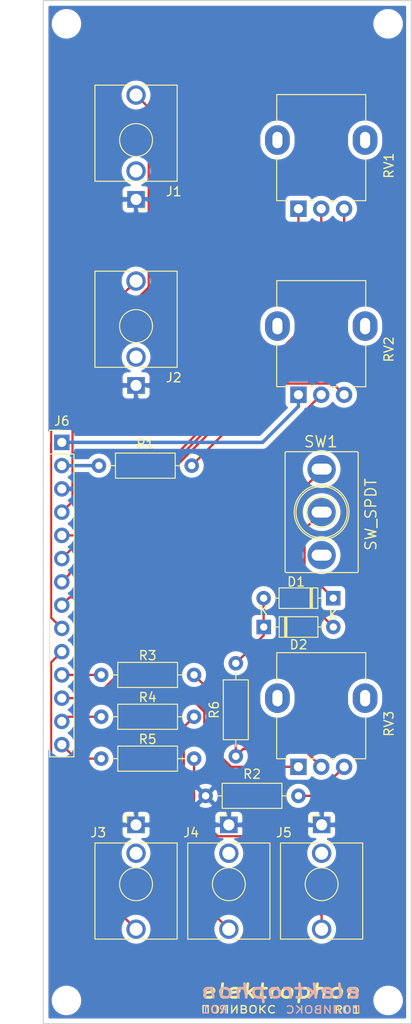
<source format=kicad_pcb>
(kicad_pcb (version 20171130) (host pcbnew 5.1.5-52549c5~86~ubuntu19.04.1)

  (general
    (thickness 1.6)
    (drawings 4)
    (tracks 74)
    (zones 0)
    (modules 23)
    (nets 22)
  )

  (page A4)
  (title_block
    (title ПОЛИВОКС)
    (date 2020-06-01)
    (rev 01)
    (comment 1 "PCB for mount circuit")
    (comment 2 "schema for mount circuit")
    (comment 4 "License CC BY 4.0 - Attribution 4.0 International")
  )

  (layers
    (0 F.Cu signal)
    (31 B.Cu signal)
    (32 B.Adhes user)
    (33 F.Adhes user)
    (34 B.Paste user)
    (35 F.Paste user)
    (36 B.SilkS user)
    (37 F.SilkS user)
    (38 B.Mask user)
    (39 F.Mask user)
    (40 Dwgs.User user)
    (41 Cmts.User user)
    (42 Eco1.User user)
    (43 Eco2.User user)
    (44 Edge.Cuts user)
    (45 Margin user)
    (46 B.CrtYd user)
    (47 F.CrtYd user)
    (48 B.Fab user)
    (49 F.Fab user)
  )

  (setup
    (last_trace_width 0.25)
    (user_trace_width 0.381)
    (user_trace_width 0.762)
    (trace_clearance 0.2)
    (zone_clearance 0.508)
    (zone_45_only no)
    (trace_min 0.2)
    (via_size 0.8)
    (via_drill 0.4)
    (via_min_size 0.4)
    (via_min_drill 0.3)
    (uvia_size 0.3)
    (uvia_drill 0.1)
    (uvias_allowed no)
    (uvia_min_size 0.2)
    (uvia_min_drill 0.1)
    (edge_width 0.05)
    (segment_width 0.2)
    (pcb_text_width 0.3)
    (pcb_text_size 1.5 1.5)
    (mod_edge_width 0.12)
    (mod_text_size 1 1)
    (mod_text_width 0.15)
    (pad_size 1.524 1.524)
    (pad_drill 0.762)
    (pad_to_mask_clearance 0.051)
    (solder_mask_min_width 0.25)
    (aux_axis_origin 0 0)
    (grid_origin 10.16 10.16)
    (visible_elements FFFFFF7F)
    (pcbplotparams
      (layerselection 0x010fc_ffffffff)
      (usegerberextensions false)
      (usegerberattributes false)
      (usegerberadvancedattributes false)
      (creategerberjobfile false)
      (excludeedgelayer true)
      (linewidth 0.100000)
      (plotframeref false)
      (viasonmask false)
      (mode 1)
      (useauxorigin false)
      (hpglpennumber 1)
      (hpglpenspeed 20)
      (hpglpendiameter 15.000000)
      (psnegative false)
      (psa4output false)
      (plotreference true)
      (plotvalue true)
      (plotinvisibletext false)
      (padsonsilk false)
      (subtractmaskfromsilk false)
      (outputformat 1)
      (mirror false)
      (drillshape 0)
      (scaleselection 1)
      (outputdirectory "gerbers"))
  )

  (net 0 "")
  (net 1 GND)
  (net 2 +15V)
  (net 3 -15V)
  (net 4 "Net-(D1-Pad2)")
  (net 5 "Net-(D1-Pad1)")
  (net 6 "Net-(R2-Pad2)")
  (net 7 /fm_in)
  (net 8 /cv)
  (net 9 /in)
  (net 10 "Net-(J4-PadT)")
  (net 11 "Net-(J5-PadT)")
  (net 12 /lp_out)
  (net 13 /bp_out)
  (net 14 /res_2)
  (net 15 /res_1)
  (net 16 /freq)
  (net 17 /fm_level_3)
  (net 18 /fm_level_2)
  (net 19 /fm_level_1)
  (net 20 "Net-(R1-Pad2)")
  (net 21 "Net-(R3-Pad2)")

  (net_class Default "This is the default net class."
    (clearance 0.2)
    (trace_width 0.25)
    (via_dia 0.8)
    (via_drill 0.4)
    (uvia_dia 0.3)
    (uvia_drill 0.1)
    (add_net +15V)
    (add_net -15V)
    (add_net /bp_out)
    (add_net /cv)
    (add_net /fm_in)
    (add_net /fm_level_1)
    (add_net /fm_level_2)
    (add_net /fm_level_3)
    (add_net /freq)
    (add_net /in)
    (add_net /lp_out)
    (add_net /res_1)
    (add_net /res_2)
    (add_net GND)
    (add_net "Net-(D1-Pad1)")
    (add_net "Net-(D1-Pad2)")
    (add_net "Net-(J4-PadT)")
    (add_net "Net-(J5-PadT)")
    (add_net "Net-(R1-Pad2)")
    (add_net "Net-(R2-Pad2)")
    (add_net "Net-(R3-Pad2)")
  )

  (module Connector_PinHeader_2.54mm:PinHeader_1x14_P2.54mm_Vertical (layer F.Cu) (tedit 59FED5CC) (tstamp 5ED50537)
    (at 27.432 73.66)
    (descr "Through hole straight pin header, 1x14, 2.54mm pitch, single row")
    (tags "Through hole pin header THT 1x14 2.54mm single row")
    (path /5EDD90E8)
    (fp_text reference J6 (at 0 -2.33) (layer F.SilkS)
      (effects (font (size 1 1) (thickness 0.15)))
    )
    (fp_text value Conn_01x14_Male (at 0 35.35) (layer F.Fab)
      (effects (font (size 1 1) (thickness 0.15)))
    )
    (fp_text user %R (at 0 16.51 90) (layer F.Fab)
      (effects (font (size 1 1) (thickness 0.15)))
    )
    (fp_line (start 1.8 -1.8) (end -1.8 -1.8) (layer F.CrtYd) (width 0.05))
    (fp_line (start 1.8 34.8) (end 1.8 -1.8) (layer F.CrtYd) (width 0.05))
    (fp_line (start -1.8 34.8) (end 1.8 34.8) (layer F.CrtYd) (width 0.05))
    (fp_line (start -1.8 -1.8) (end -1.8 34.8) (layer F.CrtYd) (width 0.05))
    (fp_line (start -1.33 -1.33) (end 0 -1.33) (layer F.SilkS) (width 0.12))
    (fp_line (start -1.33 0) (end -1.33 -1.33) (layer F.SilkS) (width 0.12))
    (fp_line (start -1.33 1.27) (end 1.33 1.27) (layer F.SilkS) (width 0.12))
    (fp_line (start 1.33 1.27) (end 1.33 34.35) (layer F.SilkS) (width 0.12))
    (fp_line (start -1.33 1.27) (end -1.33 34.35) (layer F.SilkS) (width 0.12))
    (fp_line (start -1.33 34.35) (end 1.33 34.35) (layer F.SilkS) (width 0.12))
    (fp_line (start -1.27 -0.635) (end -0.635 -1.27) (layer F.Fab) (width 0.1))
    (fp_line (start -1.27 34.29) (end -1.27 -0.635) (layer F.Fab) (width 0.1))
    (fp_line (start 1.27 34.29) (end -1.27 34.29) (layer F.Fab) (width 0.1))
    (fp_line (start 1.27 -1.27) (end 1.27 34.29) (layer F.Fab) (width 0.1))
    (fp_line (start -0.635 -1.27) (end 1.27 -1.27) (layer F.Fab) (width 0.1))
    (pad 14 thru_hole oval (at 0 33.02) (size 1.7 1.7) (drill 1) (layers *.Cu *.Mask)
      (net 12 /lp_out))
    (pad 13 thru_hole oval (at 0 30.48) (size 1.7 1.7) (drill 1) (layers *.Cu *.Mask)
      (net 13 /bp_out))
    (pad 12 thru_hole oval (at 0 27.94) (size 1.7 1.7) (drill 1) (layers *.Cu *.Mask)
      (net 14 /res_2))
    (pad 11 thru_hole oval (at 0 25.4) (size 1.7 1.7) (drill 1) (layers *.Cu *.Mask)
      (net 15 /res_1))
    (pad 10 thru_hole oval (at 0 22.86) (size 1.7 1.7) (drill 1) (layers *.Cu *.Mask)
      (net 9 /in))
    (pad 9 thru_hole oval (at 0 20.32) (size 1.7 1.7) (drill 1) (layers *.Cu *.Mask)
      (net 8 /cv))
    (pad 8 thru_hole oval (at 0 17.78) (size 1.7 1.7) (drill 1) (layers *.Cu *.Mask)
      (net 16 /freq))
    (pad 7 thru_hole oval (at 0 15.24) (size 1.7 1.7) (drill 1) (layers *.Cu *.Mask)
      (net 19 /fm_level_1))
    (pad 6 thru_hole oval (at 0 12.7) (size 1.7 1.7) (drill 1) (layers *.Cu *.Mask)
      (net 18 /fm_level_2))
    (pad 5 thru_hole oval (at 0 10.16) (size 1.7 1.7) (drill 1) (layers *.Cu *.Mask)
      (net 17 /fm_level_3))
    (pad 4 thru_hole oval (at 0 7.62) (size 1.7 1.7) (drill 1) (layers *.Cu *.Mask)
      (net 7 /fm_in))
    (pad 3 thru_hole oval (at 0 5.08) (size 1.7 1.7) (drill 1) (layers *.Cu *.Mask)
      (net 1 GND))
    (pad 2 thru_hole oval (at 0 2.54) (size 1.7 1.7) (drill 1) (layers *.Cu *.Mask)
      (net 3 -15V))
    (pad 1 thru_hole rect (at 0 0) (size 1.7 1.7) (drill 1) (layers *.Cu *.Mask)
      (net 2 +15V))
    (model ${KISYS3DMOD}/Connector_PinHeader_2.54mm.3dshapes/PinHeader_1x14_P2.54mm_Vertical.wrl
      (at (xyz 0 0 0))
      (scale (xyz 1 1 1))
      (rotate (xyz 0 0 0))
    )
  )

  (module elektrophon:SPDT_KIT (layer F.Cu) (tedit 5D74BD61) (tstamp 5ED4B8B3)
    (at 55.88 81.28)
    (path /5EDEAD52)
    (fp_text reference SW1 (at -2.032 -6.985) (layer F.SilkS)
      (effects (font (size 1.2065 1.2065) (thickness 0.1524)) (justify left bottom))
    )
    (fp_text value SW_SPDT (at 6.096 4.318 90) (layer F.SilkS)
      (effects (font (size 1.2065 1.2065) (thickness 0.1524)) (justify left bottom))
    )
    (fp_line (start -3.9 -6.6) (end 3.9 -6.6) (layer F.SilkS) (width 0.125))
    (fp_line (start 4 -6.5) (end 4 6.5) (layer F.SilkS) (width 0.125))
    (fp_line (start 3.9 6.6) (end -3.9 6.6) (layer F.SilkS) (width 0.125))
    (fp_line (start -4 6.5) (end -4 -6.5) (layer F.SilkS) (width 0.125))
    (fp_circle (center 0 0) (end 3 0) (layer F.SilkS) (width 0.125))
    (fp_circle (center 0 0) (end 2.4765 0) (layer Cmts.User) (width 0.0254))
    (fp_arc (start -3.8735 -6.477) (end -3.8735 -6.604) (angle -90) (layer F.SilkS) (width 0.125))
    (fp_arc (start 3.8735 6.477) (end 3.8735 6.604) (angle -90) (layer F.SilkS) (width 0.125))
    (fp_arc (start 3.8735 -6.477) (end 4.0005 -6.477) (angle -90) (layer F.SilkS) (width 0.125))
    (fp_arc (start -3.8735 6.477) (end -4.0005 6.477) (angle -90) (layer F.SilkS) (width 0.125))
    (fp_circle (center 0 0) (end 0.254 -2.794) (layer F.SilkS) (width 0.125))
    (fp_circle (center 0 0) (end 0.3175 -1.651) (layer F.SilkS) (width 0.125))
    (pad 1 thru_hole circle (at 0 -4.7) (size 3.1 3.1) (drill oval 2.2 1.2) (layers *.Cu *.Mask)
      (net 14 /res_2))
    (pad 2 thru_hole circle (at 0 0) (size 3.1 3.1) (drill oval 2.2 1.2) (layers *.Cu *.Mask)
      (net 5 "Net-(D1-Pad1)"))
    (pad 3 thru_hole circle (at 0 4.7) (size 3.1 3.1) (drill oval 2.2 1.2) (layers *.Cu *.Mask))
    (model "/Users/design/Google Drive/4ms/kicad/packages3d/spdt-toggle-submini.wrl"
      (offset (xyz 0 0 2.79399995803833))
      (scale (xyz 0.39 0.39 0.39))
      (rotate (xyz 270 0 90))
    )
    (model "/home/etienne/Projects/elektrophon/lib/kicad/models/SPDT Toggle Switch.stp"
      (offset (xyz 3.5 -12 0))
      (scale (xyz 1 1 1))
      (rotate (xyz -90 0 90))
    )
  )

  (module elektrophon:Potentiometer_Alpha_RD901F-40-00D_Single_Vertical (layer F.Cu) (tedit 5DA46BB9) (tstamp 5ED4B8A0)
    (at 55.88 101.6 90)
    (descr "Potentiometer, vertical, 9mm, single, http://www.taiwanalpha.com.tw/downloads?target=products&id=113")
    (tags "potentiometer vertical 9mm single")
    (path /5ED5CFCE)
    (fp_text reference RV3 (at -2.794 7.366 270) (layer F.SilkS)
      (effects (font (size 1 1) (thickness 0.15)))
    )
    (fp_text value 100k (at -7.5 7.32 270) (layer F.Fab)
      (effects (font (size 1 1) (thickness 0.15)))
    )
    (fp_line (start -6.62 1.62) (end -6.62 0.79) (layer F.SilkS) (width 0.12))
    (fp_line (start -6.62 -0.83) (end -6.62 -1.36) (layer F.SilkS) (width 0.12))
    (fp_line (start -6.62 -3.73) (end -6.62 -4.91) (layer F.SilkS) (width 0.12))
    (fp_line (start -6.62 4.83) (end -1.9 4.83) (layer F.SilkS) (width 0.12))
    (fp_line (start 1.91 -4.91) (end 4.97 -4.91) (layer F.SilkS) (width 0.12))
    (fp_line (start -6.5 4.71) (end 4.85 4.71) (layer F.Fab) (width 0.1))
    (fp_line (start -6.5 -4.79) (end 4.85 -4.79) (layer F.Fab) (width 0.1))
    (fp_line (start 4.85 4.71) (end 4.85 -4.79) (layer F.Fab) (width 0.1))
    (fp_line (start -6.5 4.71) (end -6.5 -4.79) (layer F.Fab) (width 0.1))
    (fp_circle (center 0 -0.04) (end 0 -3.54) (layer F.Fab) (width 0.1))
    (fp_line (start -6.62 -4.92) (end -1.9 -4.92) (layer F.SilkS) (width 0.12))
    (fp_line (start 1.91 4.83) (end 4.97 4.83) (layer F.SilkS) (width 0.12))
    (fp_line (start -6.62 4.83) (end -6.62 3.34) (layer F.SilkS) (width 0.12))
    (fp_line (start 4.97 4.83) (end 4.97 -4.91) (layer F.SilkS) (width 0.12))
    (fp_line (start 5.1 6.37) (end 5.1 -6.45) (layer F.CrtYd) (width 0.05))
    (fp_line (start 5.1 -6.45) (end -8.65 -6.45) (layer F.CrtYd) (width 0.05))
    (fp_line (start -8.65 -6.45) (end -8.65 6.37) (layer F.CrtYd) (width 0.05))
    (fp_line (start -8.65 6.37) (end 5.1 6.37) (layer F.CrtYd) (width 0.05))
    (fp_text user %R (at 0.12 0 90) (layer F.Fab)
      (effects (font (size 1 1) (thickness 0.15)))
    )
    (pad "" thru_hole oval (at 0 -4.84 180) (size 2.72 3.24) (drill oval 1.1 1.8) (layers *.Cu *.Mask))
    (pad "" thru_hole oval (at 0 4.76 180) (size 2.72 3.24) (drill oval 1.1 1.8) (layers *.Cu *.Mask))
    (pad 3 thru_hole circle (at -7.5 2.46 180) (size 1.8 1.8) (drill 1) (layers *.Cu *.Mask)
      (net 6 "Net-(R2-Pad2)"))
    (pad 2 thru_hole circle (at -7.5 -0.04 180) (size 1.8 1.8) (drill 1) (layers *.Cu *.Mask)
      (net 21 "Net-(R3-Pad2)"))
    (pad 1 thru_hole rect (at -7.5 -2.54 180) (size 1.8 1.8) (drill 1) (layers *.Cu *.Mask)
      (net 14 /res_2))
    (model ${KISYS3DMOD}/Potentiometer_THT.3dshapes/Potentiometer_Alpha_RD901F-40-00D_Single_Vertical.wrl
      (at (xyz 0 0 0))
      (scale (xyz 1 1 1))
      (rotate (xyz 0 0 0))
    )
    (model ${KIPRJMOD}/../../../lib/kicad/models/ALPHA-RD901F-40.step
      (at (xyz 0 0 0))
      (scale (xyz 1 1 1))
      (rotate (xyz 0 0 90))
    )
  )

  (module elektrophon:Potentiometer_Alpha_RD901F-40-00D_Single_Vertical (layer F.Cu) (tedit 5DA46BB9) (tstamp 5ED4B884)
    (at 55.88 60.96 90)
    (descr "Potentiometer, vertical, 9mm, single, http://www.taiwanalpha.com.tw/downloads?target=products&id=113")
    (tags "potentiometer vertical 9mm single")
    (path /5EEC67EC)
    (fp_text reference RV2 (at -2.54 7.366 270) (layer F.SilkS)
      (effects (font (size 1 1) (thickness 0.15)))
    )
    (fp_text value 100k (at -7.5 7.32 270) (layer F.Fab)
      (effects (font (size 1 1) (thickness 0.15)))
    )
    (fp_line (start -6.62 1.62) (end -6.62 0.79) (layer F.SilkS) (width 0.12))
    (fp_line (start -6.62 -0.83) (end -6.62 -1.36) (layer F.SilkS) (width 0.12))
    (fp_line (start -6.62 -3.73) (end -6.62 -4.91) (layer F.SilkS) (width 0.12))
    (fp_line (start -6.62 4.83) (end -1.9 4.83) (layer F.SilkS) (width 0.12))
    (fp_line (start 1.91 -4.91) (end 4.97 -4.91) (layer F.SilkS) (width 0.12))
    (fp_line (start -6.5 4.71) (end 4.85 4.71) (layer F.Fab) (width 0.1))
    (fp_line (start -6.5 -4.79) (end 4.85 -4.79) (layer F.Fab) (width 0.1))
    (fp_line (start 4.85 4.71) (end 4.85 -4.79) (layer F.Fab) (width 0.1))
    (fp_line (start -6.5 4.71) (end -6.5 -4.79) (layer F.Fab) (width 0.1))
    (fp_circle (center 0 -0.04) (end 0 -3.54) (layer F.Fab) (width 0.1))
    (fp_line (start -6.62 -4.92) (end -1.9 -4.92) (layer F.SilkS) (width 0.12))
    (fp_line (start 1.91 4.83) (end 4.97 4.83) (layer F.SilkS) (width 0.12))
    (fp_line (start -6.62 4.83) (end -6.62 3.34) (layer F.SilkS) (width 0.12))
    (fp_line (start 4.97 4.83) (end 4.97 -4.91) (layer F.SilkS) (width 0.12))
    (fp_line (start 5.1 6.37) (end 5.1 -6.45) (layer F.CrtYd) (width 0.05))
    (fp_line (start 5.1 -6.45) (end -8.65 -6.45) (layer F.CrtYd) (width 0.05))
    (fp_line (start -8.65 -6.45) (end -8.65 6.37) (layer F.CrtYd) (width 0.05))
    (fp_line (start -8.65 6.37) (end 5.1 6.37) (layer F.CrtYd) (width 0.05))
    (fp_text user %R (at 0.12 0 90) (layer F.Fab)
      (effects (font (size 1 1) (thickness 0.15)))
    )
    (pad "" thru_hole oval (at 0 -4.84 180) (size 2.72 3.24) (drill oval 1.1 1.8) (layers *.Cu *.Mask))
    (pad "" thru_hole oval (at 0 4.76 180) (size 2.72 3.24) (drill oval 1.1 1.8) (layers *.Cu *.Mask))
    (pad 3 thru_hole circle (at -7.5 2.46 180) (size 1.8 1.8) (drill 1) (layers *.Cu *.Mask)
      (net 20 "Net-(R1-Pad2)"))
    (pad 2 thru_hole circle (at -7.5 -0.04 180) (size 1.8 1.8) (drill 1) (layers *.Cu *.Mask)
      (net 16 /freq))
    (pad 1 thru_hole rect (at -7.5 -2.54 180) (size 1.8 1.8) (drill 1) (layers *.Cu *.Mask)
      (net 2 +15V))
    (model ${KISYS3DMOD}/Potentiometer_THT.3dshapes/Potentiometer_Alpha_RD901F-40-00D_Single_Vertical.wrl
      (at (xyz 0 0 0))
      (scale (xyz 1 1 1))
      (rotate (xyz 0 0 0))
    )
    (model ${KIPRJMOD}/../../../lib/kicad/models/ALPHA-RD901F-40.step
      (at (xyz 0 0 0))
      (scale (xyz 1 1 1))
      (rotate (xyz 0 0 90))
    )
  )

  (module elektrophon:Potentiometer_Alpha_RD901F-40-00D_Single_Vertical (layer F.Cu) (tedit 5DA46BB9) (tstamp 5ED4B868)
    (at 55.88 40.64 90)
    (descr "Potentiometer, vertical, 9mm, single, http://www.taiwanalpha.com.tw/downloads?target=products&id=113")
    (tags "potentiometer vertical 9mm single")
    (path /5ECEE43C)
    (fp_text reference RV1 (at -2.794 7.366 270) (layer F.SilkS)
      (effects (font (size 1 1) (thickness 0.15)))
    )
    (fp_text value 47k (at -7.5 7.32 270) (layer F.Fab)
      (effects (font (size 1 1) (thickness 0.15)))
    )
    (fp_line (start -6.62 1.62) (end -6.62 0.79) (layer F.SilkS) (width 0.12))
    (fp_line (start -6.62 -0.83) (end -6.62 -1.36) (layer F.SilkS) (width 0.12))
    (fp_line (start -6.62 -3.73) (end -6.62 -4.91) (layer F.SilkS) (width 0.12))
    (fp_line (start -6.62 4.83) (end -1.9 4.83) (layer F.SilkS) (width 0.12))
    (fp_line (start 1.91 -4.91) (end 4.97 -4.91) (layer F.SilkS) (width 0.12))
    (fp_line (start -6.5 4.71) (end 4.85 4.71) (layer F.Fab) (width 0.1))
    (fp_line (start -6.5 -4.79) (end 4.85 -4.79) (layer F.Fab) (width 0.1))
    (fp_line (start 4.85 4.71) (end 4.85 -4.79) (layer F.Fab) (width 0.1))
    (fp_line (start -6.5 4.71) (end -6.5 -4.79) (layer F.Fab) (width 0.1))
    (fp_circle (center 0 -0.04) (end 0 -3.54) (layer F.Fab) (width 0.1))
    (fp_line (start -6.62 -4.92) (end -1.9 -4.92) (layer F.SilkS) (width 0.12))
    (fp_line (start 1.91 4.83) (end 4.97 4.83) (layer F.SilkS) (width 0.12))
    (fp_line (start -6.62 4.83) (end -6.62 3.34) (layer F.SilkS) (width 0.12))
    (fp_line (start 4.97 4.83) (end 4.97 -4.91) (layer F.SilkS) (width 0.12))
    (fp_line (start 5.1 6.37) (end 5.1 -6.45) (layer F.CrtYd) (width 0.05))
    (fp_line (start 5.1 -6.45) (end -8.65 -6.45) (layer F.CrtYd) (width 0.05))
    (fp_line (start -8.65 -6.45) (end -8.65 6.37) (layer F.CrtYd) (width 0.05))
    (fp_line (start -8.65 6.37) (end 5.1 6.37) (layer F.CrtYd) (width 0.05))
    (fp_text user %R (at 0.12 0 90) (layer F.Fab)
      (effects (font (size 1 1) (thickness 0.15)))
    )
    (pad "" thru_hole oval (at 0 -4.84 180) (size 2.72 3.24) (drill oval 1.1 1.8) (layers *.Cu *.Mask))
    (pad "" thru_hole oval (at 0 4.76 180) (size 2.72 3.24) (drill oval 1.1 1.8) (layers *.Cu *.Mask))
    (pad 3 thru_hole circle (at -7.5 2.46 180) (size 1.8 1.8) (drill 1) (layers *.Cu *.Mask)
      (net 19 /fm_level_1))
    (pad 2 thru_hole circle (at -7.5 -0.04 180) (size 1.8 1.8) (drill 1) (layers *.Cu *.Mask)
      (net 18 /fm_level_2))
    (pad 1 thru_hole rect (at -7.5 -2.54 180) (size 1.8 1.8) (drill 1) (layers *.Cu *.Mask)
      (net 17 /fm_level_3))
    (model ${KISYS3DMOD}/Potentiometer_THT.3dshapes/Potentiometer_Alpha_RD901F-40-00D_Single_Vertical.wrl
      (at (xyz 0 0 0))
      (scale (xyz 1 1 1))
      (rotate (xyz 0 0 0))
    )
    (model ${KIPRJMOD}/../../../lib/kicad/models/ALPHA-RD901F-40.step
      (at (xyz 0 0 0))
      (scale (xyz 1 1 1))
      (rotate (xyz 0 0 90))
    )
  )

  (module Resistor_THT:R_Axial_DIN0207_L6.3mm_D2.5mm_P10.16mm_Horizontal (layer F.Cu) (tedit 5AE5139B) (tstamp 5ED4B84C)
    (at 31.75 108.204)
    (descr "Resistor, Axial_DIN0207 series, Axial, Horizontal, pin pitch=10.16mm, 0.25W = 1/4W, length*diameter=6.3*2.5mm^2, http://cdn-reichelt.de/documents/datenblatt/B400/1_4W%23YAG.pdf")
    (tags "Resistor Axial_DIN0207 series Axial Horizontal pin pitch 10.16mm 0.25W = 1/4W length 6.3mm diameter 2.5mm")
    (path /5EDC0373)
    (fp_text reference R5 (at 5.08 -2.116) (layer F.SilkS)
      (effects (font (size 1 1) (thickness 0.15)))
    )
    (fp_text value 1k (at 5.08 2.37) (layer F.Fab)
      (effects (font (size 1 1) (thickness 0.15)))
    )
    (fp_text user %R (at 5.08 0) (layer F.Fab)
      (effects (font (size 1 1) (thickness 0.15)))
    )
    (fp_line (start 11.21 -1.5) (end -1.05 -1.5) (layer F.CrtYd) (width 0.05))
    (fp_line (start 11.21 1.5) (end 11.21 -1.5) (layer F.CrtYd) (width 0.05))
    (fp_line (start -1.05 1.5) (end 11.21 1.5) (layer F.CrtYd) (width 0.05))
    (fp_line (start -1.05 -1.5) (end -1.05 1.5) (layer F.CrtYd) (width 0.05))
    (fp_line (start 9.12 0) (end 8.35 0) (layer F.SilkS) (width 0.12))
    (fp_line (start 1.04 0) (end 1.81 0) (layer F.SilkS) (width 0.12))
    (fp_line (start 8.35 -1.37) (end 1.81 -1.37) (layer F.SilkS) (width 0.12))
    (fp_line (start 8.35 1.37) (end 8.35 -1.37) (layer F.SilkS) (width 0.12))
    (fp_line (start 1.81 1.37) (end 8.35 1.37) (layer F.SilkS) (width 0.12))
    (fp_line (start 1.81 -1.37) (end 1.81 1.37) (layer F.SilkS) (width 0.12))
    (fp_line (start 10.16 0) (end 8.23 0) (layer F.Fab) (width 0.1))
    (fp_line (start 0 0) (end 1.93 0) (layer F.Fab) (width 0.1))
    (fp_line (start 8.23 -1.25) (end 1.93 -1.25) (layer F.Fab) (width 0.1))
    (fp_line (start 8.23 1.25) (end 8.23 -1.25) (layer F.Fab) (width 0.1))
    (fp_line (start 1.93 1.25) (end 8.23 1.25) (layer F.Fab) (width 0.1))
    (fp_line (start 1.93 -1.25) (end 1.93 1.25) (layer F.Fab) (width 0.1))
    (pad 2 thru_hole oval (at 10.16 0) (size 1.6 1.6) (drill 0.8) (layers *.Cu *.Mask)
      (net 11 "Net-(J5-PadT)"))
    (pad 1 thru_hole circle (at 0 0) (size 1.6 1.6) (drill 0.8) (layers *.Cu *.Mask)
      (net 12 /lp_out))
    (model ${KISYS3DMOD}/Resistor_THT.3dshapes/R_Axial_DIN0207_L6.3mm_D2.5mm_P10.16mm_Horizontal.wrl
      (at (xyz 0 0 0))
      (scale (xyz 1 1 1))
      (rotate (xyz 0 0 0))
    )
  )

  (module Resistor_THT:R_Axial_DIN0207_L6.3mm_D2.5mm_P10.16mm_Horizontal (layer F.Cu) (tedit 5AE5139B) (tstamp 5ED4B835)
    (at 31.75 103.632)
    (descr "Resistor, Axial_DIN0207 series, Axial, Horizontal, pin pitch=10.16mm, 0.25W = 1/4W, length*diameter=6.3*2.5mm^2, http://cdn-reichelt.de/documents/datenblatt/B400/1_4W%23YAG.pdf")
    (tags "Resistor Axial_DIN0207 series Axial Horizontal pin pitch 10.16mm 0.25W = 1/4W length 6.3mm diameter 2.5mm")
    (path /5EF649EA)
    (fp_text reference R4 (at 5.08 -2.116) (layer F.SilkS)
      (effects (font (size 1 1) (thickness 0.15)))
    )
    (fp_text value 1k (at 5.08 2.37) (layer F.Fab)
      (effects (font (size 1 1) (thickness 0.15)))
    )
    (fp_text user %R (at 5.08 0) (layer F.Fab)
      (effects (font (size 1 1) (thickness 0.15)))
    )
    (fp_line (start 11.21 -1.5) (end -1.05 -1.5) (layer F.CrtYd) (width 0.05))
    (fp_line (start 11.21 1.5) (end 11.21 -1.5) (layer F.CrtYd) (width 0.05))
    (fp_line (start -1.05 1.5) (end 11.21 1.5) (layer F.CrtYd) (width 0.05))
    (fp_line (start -1.05 -1.5) (end -1.05 1.5) (layer F.CrtYd) (width 0.05))
    (fp_line (start 9.12 0) (end 8.35 0) (layer F.SilkS) (width 0.12))
    (fp_line (start 1.04 0) (end 1.81 0) (layer F.SilkS) (width 0.12))
    (fp_line (start 8.35 -1.37) (end 1.81 -1.37) (layer F.SilkS) (width 0.12))
    (fp_line (start 8.35 1.37) (end 8.35 -1.37) (layer F.SilkS) (width 0.12))
    (fp_line (start 1.81 1.37) (end 8.35 1.37) (layer F.SilkS) (width 0.12))
    (fp_line (start 1.81 -1.37) (end 1.81 1.37) (layer F.SilkS) (width 0.12))
    (fp_line (start 10.16 0) (end 8.23 0) (layer F.Fab) (width 0.1))
    (fp_line (start 0 0) (end 1.93 0) (layer F.Fab) (width 0.1))
    (fp_line (start 8.23 -1.25) (end 1.93 -1.25) (layer F.Fab) (width 0.1))
    (fp_line (start 8.23 1.25) (end 8.23 -1.25) (layer F.Fab) (width 0.1))
    (fp_line (start 1.93 1.25) (end 8.23 1.25) (layer F.Fab) (width 0.1))
    (fp_line (start 1.93 -1.25) (end 1.93 1.25) (layer F.Fab) (width 0.1))
    (pad 2 thru_hole oval (at 10.16 0) (size 1.6 1.6) (drill 0.8) (layers *.Cu *.Mask)
      (net 10 "Net-(J4-PadT)"))
    (pad 1 thru_hole circle (at 0 0) (size 1.6 1.6) (drill 0.8) (layers *.Cu *.Mask)
      (net 13 /bp_out))
    (model ${KISYS3DMOD}/Resistor_THT.3dshapes/R_Axial_DIN0207_L6.3mm_D2.5mm_P10.16mm_Horizontal.wrl
      (at (xyz 0 0 0))
      (scale (xyz 1 1 1))
      (rotate (xyz 0 0 0))
    )
  )

  (module Resistor_THT:R_Axial_DIN0207_L6.3mm_D2.5mm_P10.16mm_Horizontal (layer F.Cu) (tedit 5AE5139B) (tstamp 5ED4B6F3)
    (at 46.482 107.95 90)
    (descr "Resistor, Axial_DIN0207 series, Axial, Horizontal, pin pitch=10.16mm, 0.25W = 1/4W, length*diameter=6.3*2.5mm^2, http://cdn-reichelt.de/documents/datenblatt/B400/1_4W%23YAG.pdf")
    (tags "Resistor Axial_DIN0207 series Axial Horizontal pin pitch 10.16mm 0.25W = 1/4W length 6.3mm diameter 2.5mm")
    (path /5EE2CFF5)
    (fp_text reference R6 (at 5.08 -2.37 90) (layer F.SilkS)
      (effects (font (size 1 1) (thickness 0.15)))
    )
    (fp_text value 470 (at 5.08 2.37 90) (layer F.Fab)
      (effects (font (size 1 1) (thickness 0.15)))
    )
    (fp_text user %R (at 5.08 0 90) (layer F.Fab)
      (effects (font (size 1 1) (thickness 0.15)))
    )
    (fp_line (start 11.21 -1.5) (end -1.05 -1.5) (layer F.CrtYd) (width 0.05))
    (fp_line (start 11.21 1.5) (end 11.21 -1.5) (layer F.CrtYd) (width 0.05))
    (fp_line (start -1.05 1.5) (end 11.21 1.5) (layer F.CrtYd) (width 0.05))
    (fp_line (start -1.05 -1.5) (end -1.05 1.5) (layer F.CrtYd) (width 0.05))
    (fp_line (start 9.12 0) (end 8.35 0) (layer F.SilkS) (width 0.12))
    (fp_line (start 1.04 0) (end 1.81 0) (layer F.SilkS) (width 0.12))
    (fp_line (start 8.35 -1.37) (end 1.81 -1.37) (layer F.SilkS) (width 0.12))
    (fp_line (start 8.35 1.37) (end 8.35 -1.37) (layer F.SilkS) (width 0.12))
    (fp_line (start 1.81 1.37) (end 8.35 1.37) (layer F.SilkS) (width 0.12))
    (fp_line (start 1.81 -1.37) (end 1.81 1.37) (layer F.SilkS) (width 0.12))
    (fp_line (start 10.16 0) (end 8.23 0) (layer F.Fab) (width 0.1))
    (fp_line (start 0 0) (end 1.93 0) (layer F.Fab) (width 0.1))
    (fp_line (start 8.23 -1.25) (end 1.93 -1.25) (layer F.Fab) (width 0.1))
    (fp_line (start 8.23 1.25) (end 8.23 -1.25) (layer F.Fab) (width 0.1))
    (fp_line (start 1.93 1.25) (end 8.23 1.25) (layer F.Fab) (width 0.1))
    (fp_line (start 1.93 -1.25) (end 1.93 1.25) (layer F.Fab) (width 0.1))
    (pad 2 thru_hole oval (at 10.16 0 90) (size 1.6 1.6) (drill 0.8) (layers *.Cu *.Mask)
      (net 4 "Net-(D1-Pad2)"))
    (pad 1 thru_hole circle (at 0 0 90) (size 1.6 1.6) (drill 0.8) (layers *.Cu *.Mask)
      (net 21 "Net-(R3-Pad2)"))
    (model ${KISYS3DMOD}/Resistor_THT.3dshapes/R_Axial_DIN0207_L6.3mm_D2.5mm_P10.16mm_Horizontal.wrl
      (at (xyz 0 0 0))
      (scale (xyz 1 1 1))
      (rotate (xyz 0 0 0))
    )
  )

  (module Resistor_THT:R_Axial_DIN0207_L6.3mm_D2.5mm_P10.16mm_Horizontal (layer F.Cu) (tedit 5AE5139B) (tstamp 5ED4B6DC)
    (at 31.75 99.06)
    (descr "Resistor, Axial_DIN0207 series, Axial, Horizontal, pin pitch=10.16mm, 0.25W = 1/4W, length*diameter=6.3*2.5mm^2, http://cdn-reichelt.de/documents/datenblatt/B400/1_4W%23YAG.pdf")
    (tags "Resistor Axial_DIN0207 series Axial Horizontal pin pitch 10.16mm 0.25W = 1/4W length 6.3mm diameter 2.5mm")
    (path /5EE472EB)
    (fp_text reference R3 (at 5.08 -2.116) (layer F.SilkS)
      (effects (font (size 1 1) (thickness 0.15)))
    )
    (fp_text value 27k (at 5.08 2.37) (layer F.Fab)
      (effects (font (size 1 1) (thickness 0.15)))
    )
    (fp_text user %R (at 5.08 0) (layer F.Fab)
      (effects (font (size 1 1) (thickness 0.15)))
    )
    (fp_line (start 11.21 -1.5) (end -1.05 -1.5) (layer F.CrtYd) (width 0.05))
    (fp_line (start 11.21 1.5) (end 11.21 -1.5) (layer F.CrtYd) (width 0.05))
    (fp_line (start -1.05 1.5) (end 11.21 1.5) (layer F.CrtYd) (width 0.05))
    (fp_line (start -1.05 -1.5) (end -1.05 1.5) (layer F.CrtYd) (width 0.05))
    (fp_line (start 9.12 0) (end 8.35 0) (layer F.SilkS) (width 0.12))
    (fp_line (start 1.04 0) (end 1.81 0) (layer F.SilkS) (width 0.12))
    (fp_line (start 8.35 -1.37) (end 1.81 -1.37) (layer F.SilkS) (width 0.12))
    (fp_line (start 8.35 1.37) (end 8.35 -1.37) (layer F.SilkS) (width 0.12))
    (fp_line (start 1.81 1.37) (end 8.35 1.37) (layer F.SilkS) (width 0.12))
    (fp_line (start 1.81 -1.37) (end 1.81 1.37) (layer F.SilkS) (width 0.12))
    (fp_line (start 10.16 0) (end 8.23 0) (layer F.Fab) (width 0.1))
    (fp_line (start 0 0) (end 1.93 0) (layer F.Fab) (width 0.1))
    (fp_line (start 8.23 -1.25) (end 1.93 -1.25) (layer F.Fab) (width 0.1))
    (fp_line (start 8.23 1.25) (end 8.23 -1.25) (layer F.Fab) (width 0.1))
    (fp_line (start 1.93 1.25) (end 8.23 1.25) (layer F.Fab) (width 0.1))
    (fp_line (start 1.93 -1.25) (end 1.93 1.25) (layer F.Fab) (width 0.1))
    (pad 2 thru_hole oval (at 10.16 0) (size 1.6 1.6) (drill 0.8) (layers *.Cu *.Mask)
      (net 21 "Net-(R3-Pad2)"))
    (pad 1 thru_hole circle (at 0 0) (size 1.6 1.6) (drill 0.8) (layers *.Cu *.Mask)
      (net 15 /res_1))
    (model ${KISYS3DMOD}/Resistor_THT.3dshapes/R_Axial_DIN0207_L6.3mm_D2.5mm_P10.16mm_Horizontal.wrl
      (at (xyz 0 0 0))
      (scale (xyz 1 1 1))
      (rotate (xyz 0 0 0))
    )
  )

  (module Resistor_THT:R_Axial_DIN0207_L6.3mm_D2.5mm_P10.16mm_Horizontal (layer F.Cu) (tedit 5AE5139B) (tstamp 5ED4B6AE)
    (at 43.18 112.268)
    (descr "Resistor, Axial_DIN0207 series, Axial, Horizontal, pin pitch=10.16mm, 0.25W = 1/4W, length*diameter=6.3*2.5mm^2, http://cdn-reichelt.de/documents/datenblatt/B400/1_4W%23YAG.pdf")
    (tags "Resistor Axial_DIN0207 series Axial Horizontal pin pitch 10.16mm 0.25W = 1/4W length 6.3mm diameter 2.5mm")
    (path /5EE26300)
    (fp_text reference R2 (at 5.08 -2.37) (layer F.SilkS)
      (effects (font (size 1 1) (thickness 0.15)))
    )
    (fp_text value 100 (at 5.08 2.37) (layer F.Fab)
      (effects (font (size 1 1) (thickness 0.15)))
    )
    (fp_text user %R (at 5.08 0) (layer F.Fab)
      (effects (font (size 1 1) (thickness 0.15)))
    )
    (fp_line (start 11.21 -1.5) (end -1.05 -1.5) (layer F.CrtYd) (width 0.05))
    (fp_line (start 11.21 1.5) (end 11.21 -1.5) (layer F.CrtYd) (width 0.05))
    (fp_line (start -1.05 1.5) (end 11.21 1.5) (layer F.CrtYd) (width 0.05))
    (fp_line (start -1.05 -1.5) (end -1.05 1.5) (layer F.CrtYd) (width 0.05))
    (fp_line (start 9.12 0) (end 8.35 0) (layer F.SilkS) (width 0.12))
    (fp_line (start 1.04 0) (end 1.81 0) (layer F.SilkS) (width 0.12))
    (fp_line (start 8.35 -1.37) (end 1.81 -1.37) (layer F.SilkS) (width 0.12))
    (fp_line (start 8.35 1.37) (end 8.35 -1.37) (layer F.SilkS) (width 0.12))
    (fp_line (start 1.81 1.37) (end 8.35 1.37) (layer F.SilkS) (width 0.12))
    (fp_line (start 1.81 -1.37) (end 1.81 1.37) (layer F.SilkS) (width 0.12))
    (fp_line (start 10.16 0) (end 8.23 0) (layer F.Fab) (width 0.1))
    (fp_line (start 0 0) (end 1.93 0) (layer F.Fab) (width 0.1))
    (fp_line (start 8.23 -1.25) (end 1.93 -1.25) (layer F.Fab) (width 0.1))
    (fp_line (start 8.23 1.25) (end 8.23 -1.25) (layer F.Fab) (width 0.1))
    (fp_line (start 1.93 1.25) (end 8.23 1.25) (layer F.Fab) (width 0.1))
    (fp_line (start 1.93 -1.25) (end 1.93 1.25) (layer F.Fab) (width 0.1))
    (pad 2 thru_hole oval (at 10.16 0) (size 1.6 1.6) (drill 0.8) (layers *.Cu *.Mask)
      (net 6 "Net-(R2-Pad2)"))
    (pad 1 thru_hole circle (at 0 0) (size 1.6 1.6) (drill 0.8) (layers *.Cu *.Mask)
      (net 1 GND))
    (model ${KISYS3DMOD}/Resistor_THT.3dshapes/R_Axial_DIN0207_L6.3mm_D2.5mm_P10.16mm_Horizontal.wrl
      (at (xyz 0 0 0))
      (scale (xyz 1 1 1))
      (rotate (xyz 0 0 0))
    )
  )

  (module Resistor_THT:R_Axial_DIN0207_L6.3mm_D2.5mm_P10.16mm_Horizontal (layer F.Cu) (tedit 5AE5139B) (tstamp 5ED4B5DF)
    (at 31.496 76.2)
    (descr "Resistor, Axial_DIN0207 series, Axial, Horizontal, pin pitch=10.16mm, 0.25W = 1/4W, length*diameter=6.3*2.5mm^2, http://cdn-reichelt.de/documents/datenblatt/B400/1_4W%23YAG.pdf")
    (tags "Resistor Axial_DIN0207 series Axial Horizontal pin pitch 10.16mm 0.25W = 1/4W length 6.3mm diameter 2.5mm")
    (path /5EED7B17)
    (fp_text reference R1 (at 5.08 -2.37) (layer F.SilkS)
      (effects (font (size 1 1) (thickness 0.15)))
    )
    (fp_text value 47k (at 5.08 2.37) (layer F.Fab)
      (effects (font (size 1 1) (thickness 0.15)))
    )
    (fp_text user %R (at 5.08 0) (layer F.Fab)
      (effects (font (size 1 1) (thickness 0.15)))
    )
    (fp_line (start 11.21 -1.5) (end -1.05 -1.5) (layer F.CrtYd) (width 0.05))
    (fp_line (start 11.21 1.5) (end 11.21 -1.5) (layer F.CrtYd) (width 0.05))
    (fp_line (start -1.05 1.5) (end 11.21 1.5) (layer F.CrtYd) (width 0.05))
    (fp_line (start -1.05 -1.5) (end -1.05 1.5) (layer F.CrtYd) (width 0.05))
    (fp_line (start 9.12 0) (end 8.35 0) (layer F.SilkS) (width 0.12))
    (fp_line (start 1.04 0) (end 1.81 0) (layer F.SilkS) (width 0.12))
    (fp_line (start 8.35 -1.37) (end 1.81 -1.37) (layer F.SilkS) (width 0.12))
    (fp_line (start 8.35 1.37) (end 8.35 -1.37) (layer F.SilkS) (width 0.12))
    (fp_line (start 1.81 1.37) (end 8.35 1.37) (layer F.SilkS) (width 0.12))
    (fp_line (start 1.81 -1.37) (end 1.81 1.37) (layer F.SilkS) (width 0.12))
    (fp_line (start 10.16 0) (end 8.23 0) (layer F.Fab) (width 0.1))
    (fp_line (start 0 0) (end 1.93 0) (layer F.Fab) (width 0.1))
    (fp_line (start 8.23 -1.25) (end 1.93 -1.25) (layer F.Fab) (width 0.1))
    (fp_line (start 8.23 1.25) (end 8.23 -1.25) (layer F.Fab) (width 0.1))
    (fp_line (start 1.93 1.25) (end 8.23 1.25) (layer F.Fab) (width 0.1))
    (fp_line (start 1.93 -1.25) (end 1.93 1.25) (layer F.Fab) (width 0.1))
    (pad 2 thru_hole oval (at 10.16 0) (size 1.6 1.6) (drill 0.8) (layers *.Cu *.Mask)
      (net 20 "Net-(R1-Pad2)"))
    (pad 1 thru_hole circle (at 0 0) (size 1.6 1.6) (drill 0.8) (layers *.Cu *.Mask)
      (net 3 -15V))
    (model ${KISYS3DMOD}/Resistor_THT.3dshapes/R_Axial_DIN0207_L6.3mm_D2.5mm_P10.16mm_Horizontal.wrl
      (at (xyz 0 0 0))
      (scale (xyz 1 1 1))
      (rotate (xyz 0 0 0))
    )
  )

  (module elektrophon:Jack_3.5mm_WQP-PJ398SM_Vertical (layer F.Cu) (tedit 5DA46BDA) (tstamp 5ED4B5B6)
    (at 55.88 121.92)
    (descr "TRS 3.5mm, vertical, Thonkiconn, PCB mount, (http://www.qingpu-electronics.com/en/products/WQP-PJ398SM-362.html)")
    (tags "WQP-PJ398SM WQP-PJ301M-12 TRS 3.5mm mono vertical jack thonkiconn qingpu")
    (path /5EDC2B0A)
    (fp_text reference J5 (at -4.13 -5.63) (layer F.SilkS)
      (effects (font (size 1 1) (thickness 0.15)))
    )
    (fp_text value LP_OUT (at 0 -1.48) (layer F.Fab)
      (effects (font (size 1 1) (thickness 0.15)))
    )
    (fp_text user KEEPOUT (at 0 0 180) (layer Cmts.User)
      (effects (font (size 0.4 0.4) (thickness 0.051)))
    )
    (fp_line (start -5 6.5) (end -5 -7.9) (layer F.CrtYd) (width 0.05))
    (fp_line (start -4.5 6) (end -4.5 -4.4) (layer F.Fab) (width 0.1))
    (fp_text user %R (at 0 1.52) (layer F.Fab)
      (effects (font (size 1 1) (thickness 0.15)))
    )
    (fp_line (start -4.5 -4.5) (end -4.5 6) (layer F.SilkS) (width 0.12))
    (fp_line (start 4.5 -4.5) (end 4.5 6) (layer F.SilkS) (width 0.12))
    (fp_circle (center 0 0) (end 1.5 0) (layer Dwgs.User) (width 0.12))
    (fp_line (start 0.09 1.48) (end 1.48 0.09) (layer Dwgs.User) (width 0.12))
    (fp_line (start -0.58 1.35) (end 1.36 -0.59) (layer Dwgs.User) (width 0.12))
    (fp_line (start -1.07 1.01) (end 1.01 -1.07) (layer Dwgs.User) (width 0.12))
    (fp_line (start -1.42 0.395) (end 0.4 -1.42) (layer Dwgs.User) (width 0.12))
    (fp_line (start -1.41 -0.46) (end -0.46 -1.41) (layer Dwgs.User) (width 0.12))
    (fp_line (start 4.5 6) (end 0.5 6) (layer F.SilkS) (width 0.12))
    (fp_line (start -0.5 6) (end -4.5 6) (layer F.SilkS) (width 0.12))
    (fp_line (start 4.5 -4.5) (end 0.35 -4.5) (layer F.SilkS) (width 0.12))
    (fp_line (start -0.35 -4.5) (end -4.5 -4.5) (layer F.SilkS) (width 0.12))
    (fp_circle (center 0 0) (end 1.8 0) (layer F.SilkS) (width 0.12))
    (fp_line (start -1.06 -7.48) (end -1.06 -6.68) (layer F.SilkS) (width 0.12))
    (fp_line (start -1.06 -7.48) (end -0.2 -7.48) (layer F.SilkS) (width 0.12))
    (fp_line (start 4.5 6) (end 4.5 -4.4) (layer F.Fab) (width 0.1))
    (fp_line (start 4.5 6) (end -4.5 6) (layer F.Fab) (width 0.1))
    (fp_line (start 5 6.5) (end 5 -7.9) (layer F.CrtYd) (width 0.05))
    (fp_line (start 5 6.5) (end -5 6.5) (layer F.CrtYd) (width 0.05))
    (fp_line (start 5 -7.9) (end -5 -7.9) (layer F.CrtYd) (width 0.05))
    (fp_line (start 4.5 -4.45) (end -4.5 -4.45) (layer F.Fab) (width 0.1))
    (fp_circle (center 0 0) (end 1.8 0) (layer F.Fab) (width 0.1))
    (fp_line (start 0 -6.48) (end 0 -4.45) (layer F.Fab) (width 0.1))
    (pad TN thru_hole circle (at 0 -3.38 180) (size 2.13 2.13) (drill 1.42) (layers *.Cu *.Mask))
    (pad S thru_hole rect (at 0 -6.48 180) (size 1.93 1.83) (drill 1.22) (layers *.Cu *.Mask)
      (net 1 GND))
    (pad T thru_hole circle (at 0 4.92 180) (size 2.13 2.13) (drill 1.43) (layers *.Cu *.Mask)
      (net 11 "Net-(J5-PadT)"))
    (model ${KISYS3DMOD}/Connector_Audio.3dshapes/Jack_3.5mm_QingPu_WQP-PJ398SM_Vertical.wrl
      (at (xyz 0 0 0))
      (scale (xyz 1 1 1))
      (rotate (xyz 0 0 0))
    )
    (model "${KIPRJMOD}/../../../lib/kicad/models/PJ301M-12 Thonkiconn v0.2.stp"
      (offset (xyz 0 -1 0))
      (scale (xyz 1 1 1))
      (rotate (xyz 0 0 180))
    )
  )

  (module elektrophon:Jack_3.5mm_WQP-PJ398SM_Vertical (layer F.Cu) (tedit 5DA46BDA) (tstamp 5ED4B594)
    (at 45.72 121.92)
    (descr "TRS 3.5mm, vertical, Thonkiconn, PCB mount, (http://www.qingpu-electronics.com/en/products/WQP-PJ398SM-362.html)")
    (tags "WQP-PJ398SM WQP-PJ301M-12 TRS 3.5mm mono vertical jack thonkiconn qingpu")
    (path /5EF649F0)
    (fp_text reference J4 (at -4.13 -5.63) (layer F.SilkS)
      (effects (font (size 1 1) (thickness 0.15)))
    )
    (fp_text value BP_OUT (at 0 -1.48) (layer F.Fab)
      (effects (font (size 1 1) (thickness 0.15)))
    )
    (fp_text user KEEPOUT (at 0 0 180) (layer Cmts.User)
      (effects (font (size 0.4 0.4) (thickness 0.051)))
    )
    (fp_line (start -5 6.5) (end -5 -7.9) (layer F.CrtYd) (width 0.05))
    (fp_line (start -4.5 6) (end -4.5 -4.4) (layer F.Fab) (width 0.1))
    (fp_text user %R (at 0 1.52) (layer F.Fab)
      (effects (font (size 1 1) (thickness 0.15)))
    )
    (fp_line (start -4.5 -4.5) (end -4.5 6) (layer F.SilkS) (width 0.12))
    (fp_line (start 4.5 -4.5) (end 4.5 6) (layer F.SilkS) (width 0.12))
    (fp_circle (center 0 0) (end 1.5 0) (layer Dwgs.User) (width 0.12))
    (fp_line (start 0.09 1.48) (end 1.48 0.09) (layer Dwgs.User) (width 0.12))
    (fp_line (start -0.58 1.35) (end 1.36 -0.59) (layer Dwgs.User) (width 0.12))
    (fp_line (start -1.07 1.01) (end 1.01 -1.07) (layer Dwgs.User) (width 0.12))
    (fp_line (start -1.42 0.395) (end 0.4 -1.42) (layer Dwgs.User) (width 0.12))
    (fp_line (start -1.41 -0.46) (end -0.46 -1.41) (layer Dwgs.User) (width 0.12))
    (fp_line (start 4.5 6) (end 0.5 6) (layer F.SilkS) (width 0.12))
    (fp_line (start -0.5 6) (end -4.5 6) (layer F.SilkS) (width 0.12))
    (fp_line (start 4.5 -4.5) (end 0.35 -4.5) (layer F.SilkS) (width 0.12))
    (fp_line (start -0.35 -4.5) (end -4.5 -4.5) (layer F.SilkS) (width 0.12))
    (fp_circle (center 0 0) (end 1.8 0) (layer F.SilkS) (width 0.12))
    (fp_line (start -1.06 -7.48) (end -1.06 -6.68) (layer F.SilkS) (width 0.12))
    (fp_line (start -1.06 -7.48) (end -0.2 -7.48) (layer F.SilkS) (width 0.12))
    (fp_line (start 4.5 6) (end 4.5 -4.4) (layer F.Fab) (width 0.1))
    (fp_line (start 4.5 6) (end -4.5 6) (layer F.Fab) (width 0.1))
    (fp_line (start 5 6.5) (end 5 -7.9) (layer F.CrtYd) (width 0.05))
    (fp_line (start 5 6.5) (end -5 6.5) (layer F.CrtYd) (width 0.05))
    (fp_line (start 5 -7.9) (end -5 -7.9) (layer F.CrtYd) (width 0.05))
    (fp_line (start 4.5 -4.45) (end -4.5 -4.45) (layer F.Fab) (width 0.1))
    (fp_circle (center 0 0) (end 1.8 0) (layer F.Fab) (width 0.1))
    (fp_line (start 0 -6.48) (end 0 -4.45) (layer F.Fab) (width 0.1))
    (pad TN thru_hole circle (at 0 -3.38 180) (size 2.13 2.13) (drill 1.42) (layers *.Cu *.Mask))
    (pad S thru_hole rect (at 0 -6.48 180) (size 1.93 1.83) (drill 1.22) (layers *.Cu *.Mask)
      (net 1 GND))
    (pad T thru_hole circle (at 0 4.92 180) (size 2.13 2.13) (drill 1.43) (layers *.Cu *.Mask)
      (net 10 "Net-(J4-PadT)"))
    (model ${KISYS3DMOD}/Connector_Audio.3dshapes/Jack_3.5mm_QingPu_WQP-PJ398SM_Vertical.wrl
      (at (xyz 0 0 0))
      (scale (xyz 1 1 1))
      (rotate (xyz 0 0 0))
    )
    (model "${KIPRJMOD}/../../../lib/kicad/models/PJ301M-12 Thonkiconn v0.2.stp"
      (offset (xyz 0 -1 0))
      (scale (xyz 1 1 1))
      (rotate (xyz 0 0 180))
    )
  )

  (module elektrophon:Jack_3.5mm_WQP-PJ398SM_Vertical (layer F.Cu) (tedit 5DA46BDA) (tstamp 5ED4B531)
    (at 35.56 121.92)
    (descr "TRS 3.5mm, vertical, Thonkiconn, PCB mount, (http://www.qingpu-electronics.com/en/products/WQP-PJ398SM-362.html)")
    (tags "WQP-PJ398SM WQP-PJ301M-12 TRS 3.5mm mono vertical jack thonkiconn qingpu")
    (path /5ED35E7F)
    (fp_text reference J3 (at -4.13 -5.63) (layer F.SilkS)
      (effects (font (size 1 1) (thickness 0.15)))
    )
    (fp_text value INPUT (at 0 -1.48) (layer F.Fab)
      (effects (font (size 1 1) (thickness 0.15)))
    )
    (fp_text user KEEPOUT (at 0 0 180) (layer Cmts.User)
      (effects (font (size 0.4 0.4) (thickness 0.051)))
    )
    (fp_line (start -5 6.5) (end -5 -7.9) (layer F.CrtYd) (width 0.05))
    (fp_line (start -4.5 6) (end -4.5 -4.4) (layer F.Fab) (width 0.1))
    (fp_text user %R (at 0 1.52) (layer F.Fab)
      (effects (font (size 1 1) (thickness 0.15)))
    )
    (fp_line (start -4.5 -4.5) (end -4.5 6) (layer F.SilkS) (width 0.12))
    (fp_line (start 4.5 -4.5) (end 4.5 6) (layer F.SilkS) (width 0.12))
    (fp_circle (center 0 0) (end 1.5 0) (layer Dwgs.User) (width 0.12))
    (fp_line (start 0.09 1.48) (end 1.48 0.09) (layer Dwgs.User) (width 0.12))
    (fp_line (start -0.58 1.35) (end 1.36 -0.59) (layer Dwgs.User) (width 0.12))
    (fp_line (start -1.07 1.01) (end 1.01 -1.07) (layer Dwgs.User) (width 0.12))
    (fp_line (start -1.42 0.395) (end 0.4 -1.42) (layer Dwgs.User) (width 0.12))
    (fp_line (start -1.41 -0.46) (end -0.46 -1.41) (layer Dwgs.User) (width 0.12))
    (fp_line (start 4.5 6) (end 0.5 6) (layer F.SilkS) (width 0.12))
    (fp_line (start -0.5 6) (end -4.5 6) (layer F.SilkS) (width 0.12))
    (fp_line (start 4.5 -4.5) (end 0.35 -4.5) (layer F.SilkS) (width 0.12))
    (fp_line (start -0.35 -4.5) (end -4.5 -4.5) (layer F.SilkS) (width 0.12))
    (fp_circle (center 0 0) (end 1.8 0) (layer F.SilkS) (width 0.12))
    (fp_line (start -1.06 -7.48) (end -1.06 -6.68) (layer F.SilkS) (width 0.12))
    (fp_line (start -1.06 -7.48) (end -0.2 -7.48) (layer F.SilkS) (width 0.12))
    (fp_line (start 4.5 6) (end 4.5 -4.4) (layer F.Fab) (width 0.1))
    (fp_line (start 4.5 6) (end -4.5 6) (layer F.Fab) (width 0.1))
    (fp_line (start 5 6.5) (end 5 -7.9) (layer F.CrtYd) (width 0.05))
    (fp_line (start 5 6.5) (end -5 6.5) (layer F.CrtYd) (width 0.05))
    (fp_line (start 5 -7.9) (end -5 -7.9) (layer F.CrtYd) (width 0.05))
    (fp_line (start 4.5 -4.45) (end -4.5 -4.45) (layer F.Fab) (width 0.1))
    (fp_circle (center 0 0) (end 1.8 0) (layer F.Fab) (width 0.1))
    (fp_line (start 0 -6.48) (end 0 -4.45) (layer F.Fab) (width 0.1))
    (pad TN thru_hole circle (at 0 -3.38 180) (size 2.13 2.13) (drill 1.42) (layers *.Cu *.Mask))
    (pad S thru_hole rect (at 0 -6.48 180) (size 1.93 1.83) (drill 1.22) (layers *.Cu *.Mask)
      (net 1 GND))
    (pad T thru_hole circle (at 0 4.92 180) (size 2.13 2.13) (drill 1.43) (layers *.Cu *.Mask)
      (net 9 /in))
    (model ${KISYS3DMOD}/Connector_Audio.3dshapes/Jack_3.5mm_QingPu_WQP-PJ398SM_Vertical.wrl
      (at (xyz 0 0 0))
      (scale (xyz 1 1 1))
      (rotate (xyz 0 0 0))
    )
    (model "${KIPRJMOD}/../../../lib/kicad/models/PJ301M-12 Thonkiconn v0.2.stp"
      (offset (xyz 0 -1 0))
      (scale (xyz 1 1 1))
      (rotate (xyz 0 0 180))
    )
  )

  (module elektrophon:Jack_3.5mm_WQP-PJ398SM_Vertical (layer F.Cu) (tedit 5DA46BDA) (tstamp 5ED4B50F)
    (at 35.56 60.96 180)
    (descr "TRS 3.5mm, vertical, Thonkiconn, PCB mount, (http://www.qingpu-electronics.com/en/products/WQP-PJ398SM-362.html)")
    (tags "WQP-PJ398SM WQP-PJ301M-12 TRS 3.5mm mono vertical jack thonkiconn qingpu")
    (path /5ED3435A)
    (fp_text reference J2 (at -4.13 -5.63) (layer F.SilkS)
      (effects (font (size 1 1) (thickness 0.15)))
    )
    (fp_text value CV_IN (at 0 -1.48) (layer F.Fab)
      (effects (font (size 1 1) (thickness 0.15)))
    )
    (fp_text user KEEPOUT (at 0 0 180) (layer Cmts.User)
      (effects (font (size 0.4 0.4) (thickness 0.051)))
    )
    (fp_line (start -5 6.5) (end -5 -7.9) (layer F.CrtYd) (width 0.05))
    (fp_line (start -4.5 6) (end -4.5 -4.4) (layer F.Fab) (width 0.1))
    (fp_text user %R (at 0 1.52) (layer F.Fab)
      (effects (font (size 1 1) (thickness 0.15)))
    )
    (fp_line (start -4.5 -4.5) (end -4.5 6) (layer F.SilkS) (width 0.12))
    (fp_line (start 4.5 -4.5) (end 4.5 6) (layer F.SilkS) (width 0.12))
    (fp_circle (center 0 0) (end 1.5 0) (layer Dwgs.User) (width 0.12))
    (fp_line (start 0.09 1.48) (end 1.48 0.09) (layer Dwgs.User) (width 0.12))
    (fp_line (start -0.58 1.35) (end 1.36 -0.59) (layer Dwgs.User) (width 0.12))
    (fp_line (start -1.07 1.01) (end 1.01 -1.07) (layer Dwgs.User) (width 0.12))
    (fp_line (start -1.42 0.395) (end 0.4 -1.42) (layer Dwgs.User) (width 0.12))
    (fp_line (start -1.41 -0.46) (end -0.46 -1.41) (layer Dwgs.User) (width 0.12))
    (fp_line (start 4.5 6) (end 0.5 6) (layer F.SilkS) (width 0.12))
    (fp_line (start -0.5 6) (end -4.5 6) (layer F.SilkS) (width 0.12))
    (fp_line (start 4.5 -4.5) (end 0.35 -4.5) (layer F.SilkS) (width 0.12))
    (fp_line (start -0.35 -4.5) (end -4.5 -4.5) (layer F.SilkS) (width 0.12))
    (fp_circle (center 0 0) (end 1.8 0) (layer F.SilkS) (width 0.12))
    (fp_line (start -1.06 -7.48) (end -1.06 -6.68) (layer F.SilkS) (width 0.12))
    (fp_line (start -1.06 -7.48) (end -0.2 -7.48) (layer F.SilkS) (width 0.12))
    (fp_line (start 4.5 6) (end 4.5 -4.4) (layer F.Fab) (width 0.1))
    (fp_line (start 4.5 6) (end -4.5 6) (layer F.Fab) (width 0.1))
    (fp_line (start 5 6.5) (end 5 -7.9) (layer F.CrtYd) (width 0.05))
    (fp_line (start 5 6.5) (end -5 6.5) (layer F.CrtYd) (width 0.05))
    (fp_line (start 5 -7.9) (end -5 -7.9) (layer F.CrtYd) (width 0.05))
    (fp_line (start 4.5 -4.45) (end -4.5 -4.45) (layer F.Fab) (width 0.1))
    (fp_circle (center 0 0) (end 1.8 0) (layer F.Fab) (width 0.1))
    (fp_line (start 0 -6.48) (end 0 -4.45) (layer F.Fab) (width 0.1))
    (pad TN thru_hole circle (at 0 -3.38) (size 2.13 2.13) (drill 1.42) (layers *.Cu *.Mask))
    (pad S thru_hole rect (at 0 -6.48) (size 1.93 1.83) (drill 1.22) (layers *.Cu *.Mask)
      (net 1 GND))
    (pad T thru_hole circle (at 0 4.92) (size 2.13 2.13) (drill 1.43) (layers *.Cu *.Mask)
      (net 8 /cv))
    (model ${KISYS3DMOD}/Connector_Audio.3dshapes/Jack_3.5mm_QingPu_WQP-PJ398SM_Vertical.wrl
      (at (xyz 0 0 0))
      (scale (xyz 1 1 1))
      (rotate (xyz 0 0 0))
    )
    (model "${KIPRJMOD}/../../../lib/kicad/models/PJ301M-12 Thonkiconn v0.2.stp"
      (offset (xyz 0 -1 0))
      (scale (xyz 1 1 1))
      (rotate (xyz 0 0 180))
    )
  )

  (module elektrophon:Jack_3.5mm_WQP-PJ398SM_Vertical (layer F.Cu) (tedit 5DA46BDA) (tstamp 5ED4B4ED)
    (at 35.56 40.64 180)
    (descr "TRS 3.5mm, vertical, Thonkiconn, PCB mount, (http://www.qingpu-electronics.com/en/products/WQP-PJ398SM-362.html)")
    (tags "WQP-PJ398SM WQP-PJ301M-12 TRS 3.5mm mono vertical jack thonkiconn qingpu")
    (path /5ECE7338)
    (fp_text reference J1 (at -4.13 -5.63) (layer F.SilkS)
      (effects (font (size 1 1) (thickness 0.15)))
    )
    (fp_text value FM_IN (at 0 -1.48) (layer F.Fab)
      (effects (font (size 1 1) (thickness 0.15)))
    )
    (fp_text user KEEPOUT (at 0 0 180) (layer Cmts.User)
      (effects (font (size 0.4 0.4) (thickness 0.051)))
    )
    (fp_line (start -5 6.5) (end -5 -7.9) (layer F.CrtYd) (width 0.05))
    (fp_line (start -4.5 6) (end -4.5 -4.4) (layer F.Fab) (width 0.1))
    (fp_text user %R (at 0 1.52) (layer F.Fab)
      (effects (font (size 1 1) (thickness 0.15)))
    )
    (fp_line (start -4.5 -4.5) (end -4.5 6) (layer F.SilkS) (width 0.12))
    (fp_line (start 4.5 -4.5) (end 4.5 6) (layer F.SilkS) (width 0.12))
    (fp_circle (center 0 0) (end 1.5 0) (layer Dwgs.User) (width 0.12))
    (fp_line (start 0.09 1.48) (end 1.48 0.09) (layer Dwgs.User) (width 0.12))
    (fp_line (start -0.58 1.35) (end 1.36 -0.59) (layer Dwgs.User) (width 0.12))
    (fp_line (start -1.07 1.01) (end 1.01 -1.07) (layer Dwgs.User) (width 0.12))
    (fp_line (start -1.42 0.395) (end 0.4 -1.42) (layer Dwgs.User) (width 0.12))
    (fp_line (start -1.41 -0.46) (end -0.46 -1.41) (layer Dwgs.User) (width 0.12))
    (fp_line (start 4.5 6) (end 0.5 6) (layer F.SilkS) (width 0.12))
    (fp_line (start -0.5 6) (end -4.5 6) (layer F.SilkS) (width 0.12))
    (fp_line (start 4.5 -4.5) (end 0.35 -4.5) (layer F.SilkS) (width 0.12))
    (fp_line (start -0.35 -4.5) (end -4.5 -4.5) (layer F.SilkS) (width 0.12))
    (fp_circle (center 0 0) (end 1.8 0) (layer F.SilkS) (width 0.12))
    (fp_line (start -1.06 -7.48) (end -1.06 -6.68) (layer F.SilkS) (width 0.12))
    (fp_line (start -1.06 -7.48) (end -0.2 -7.48) (layer F.SilkS) (width 0.12))
    (fp_line (start 4.5 6) (end 4.5 -4.4) (layer F.Fab) (width 0.1))
    (fp_line (start 4.5 6) (end -4.5 6) (layer F.Fab) (width 0.1))
    (fp_line (start 5 6.5) (end 5 -7.9) (layer F.CrtYd) (width 0.05))
    (fp_line (start 5 6.5) (end -5 6.5) (layer F.CrtYd) (width 0.05))
    (fp_line (start 5 -7.9) (end -5 -7.9) (layer F.CrtYd) (width 0.05))
    (fp_line (start 4.5 -4.45) (end -4.5 -4.45) (layer F.Fab) (width 0.1))
    (fp_circle (center 0 0) (end 1.8 0) (layer F.Fab) (width 0.1))
    (fp_line (start 0 -6.48) (end 0 -4.45) (layer F.Fab) (width 0.1))
    (pad TN thru_hole circle (at 0 -3.38) (size 2.13 2.13) (drill 1.42) (layers *.Cu *.Mask))
    (pad S thru_hole rect (at 0 -6.48) (size 1.93 1.83) (drill 1.22) (layers *.Cu *.Mask)
      (net 1 GND))
    (pad T thru_hole circle (at 0 4.92) (size 2.13 2.13) (drill 1.43) (layers *.Cu *.Mask)
      (net 7 /fm_in))
    (model ${KISYS3DMOD}/Connector_Audio.3dshapes/Jack_3.5mm_QingPu_WQP-PJ398SM_Vertical.wrl
      (at (xyz 0 0 0))
      (scale (xyz 1 1 1))
      (rotate (xyz 0 0 0))
    )
    (model "${KIPRJMOD}/../../../lib/kicad/models/PJ301M-12 Thonkiconn v0.2.stp"
      (offset (xyz 0 -1 0))
      (scale (xyz 1 1 1))
      (rotate (xyz 0 0 180))
    )
  )

  (module Diode_THT:D_DO-35_SOD27_P7.62mm_Horizontal (layer F.Cu) (tedit 5AE50CD5) (tstamp 5ED4B493)
    (at 49.542 93.826)
    (descr "Diode, DO-35_SOD27 series, Axial, Horizontal, pin pitch=7.62mm, , length*diameter=4*2mm^2, , http://www.diodes.com/_files/packages/DO-35.pdf")
    (tags "Diode DO-35_SOD27 series Axial Horizontal pin pitch 7.62mm  length 4mm diameter 2mm")
    (path /5EDD8EA4)
    (fp_text reference D2 (at 3.81 1.932) (layer F.SilkS)
      (effects (font (size 1 1) (thickness 0.15)))
    )
    (fp_text value 1N4148 (at 3.81 2.12) (layer F.Fab)
      (effects (font (size 1 1) (thickness 0.15)))
    )
    (fp_text user K (at 0 -1.8) (layer F.SilkS)
      (effects (font (size 1 1) (thickness 0.15)))
    )
    (fp_text user K (at 0 -1.8) (layer F.Fab)
      (effects (font (size 1 1) (thickness 0.15)))
    )
    (fp_text user %R (at 4.11 0) (layer F.Fab)
      (effects (font (size 0.8 0.8) (thickness 0.12)))
    )
    (fp_line (start 8.67 -1.25) (end -1.05 -1.25) (layer F.CrtYd) (width 0.05))
    (fp_line (start 8.67 1.25) (end 8.67 -1.25) (layer F.CrtYd) (width 0.05))
    (fp_line (start -1.05 1.25) (end 8.67 1.25) (layer F.CrtYd) (width 0.05))
    (fp_line (start -1.05 -1.25) (end -1.05 1.25) (layer F.CrtYd) (width 0.05))
    (fp_line (start 2.29 -1.12) (end 2.29 1.12) (layer F.SilkS) (width 0.12))
    (fp_line (start 2.53 -1.12) (end 2.53 1.12) (layer F.SilkS) (width 0.12))
    (fp_line (start 2.41 -1.12) (end 2.41 1.12) (layer F.SilkS) (width 0.12))
    (fp_line (start 6.58 0) (end 5.93 0) (layer F.SilkS) (width 0.12))
    (fp_line (start 1.04 0) (end 1.69 0) (layer F.SilkS) (width 0.12))
    (fp_line (start 5.93 -1.12) (end 1.69 -1.12) (layer F.SilkS) (width 0.12))
    (fp_line (start 5.93 1.12) (end 5.93 -1.12) (layer F.SilkS) (width 0.12))
    (fp_line (start 1.69 1.12) (end 5.93 1.12) (layer F.SilkS) (width 0.12))
    (fp_line (start 1.69 -1.12) (end 1.69 1.12) (layer F.SilkS) (width 0.12))
    (fp_line (start 2.31 -1) (end 2.31 1) (layer F.Fab) (width 0.1))
    (fp_line (start 2.51 -1) (end 2.51 1) (layer F.Fab) (width 0.1))
    (fp_line (start 2.41 -1) (end 2.41 1) (layer F.Fab) (width 0.1))
    (fp_line (start 7.62 0) (end 5.81 0) (layer F.Fab) (width 0.1))
    (fp_line (start 0 0) (end 1.81 0) (layer F.Fab) (width 0.1))
    (fp_line (start 5.81 -1) (end 1.81 -1) (layer F.Fab) (width 0.1))
    (fp_line (start 5.81 1) (end 5.81 -1) (layer F.Fab) (width 0.1))
    (fp_line (start 1.81 1) (end 5.81 1) (layer F.Fab) (width 0.1))
    (fp_line (start 1.81 -1) (end 1.81 1) (layer F.Fab) (width 0.1))
    (pad 2 thru_hole oval (at 7.62 0) (size 1.6 1.6) (drill 0.8) (layers *.Cu *.Mask)
      (net 5 "Net-(D1-Pad1)"))
    (pad 1 thru_hole rect (at 0 0) (size 1.6 1.6) (drill 0.8) (layers *.Cu *.Mask)
      (net 4 "Net-(D1-Pad2)"))
    (model ${KISYS3DMOD}/Diode_THT.3dshapes/D_DO-35_SOD27_P7.62mm_Horizontal.wrl
      (at (xyz 0 0 0))
      (scale (xyz 1 1 1))
      (rotate (xyz 0 0 0))
    )
  )

  (module Diode_THT:D_DO-35_SOD27_P7.62mm_Horizontal (layer F.Cu) (tedit 5AE50CD5) (tstamp 5ED4B474)
    (at 57.15 90.678 180)
    (descr "Diode, DO-35_SOD27 series, Axial, Horizontal, pin pitch=7.62mm, , length*diameter=4*2mm^2, , http://www.diodes.com/_files/packages/DO-35.pdf")
    (tags "Diode DO-35_SOD27 series Axial Horizontal pin pitch 7.62mm  length 4mm diameter 2mm")
    (path /5EDD9DF0)
    (fp_text reference D1 (at 4.064 1.778) (layer F.SilkS)
      (effects (font (size 1 1) (thickness 0.15)))
    )
    (fp_text value 1N4148 (at 3.81 2.12) (layer F.Fab)
      (effects (font (size 1 1) (thickness 0.15)))
    )
    (fp_text user K (at 0 -1.8) (layer F.SilkS)
      (effects (font (size 1 1) (thickness 0.15)))
    )
    (fp_text user K (at 0 -1.8) (layer F.Fab)
      (effects (font (size 1 1) (thickness 0.15)))
    )
    (fp_text user %R (at 4.11 0) (layer F.Fab)
      (effects (font (size 0.8 0.8) (thickness 0.12)))
    )
    (fp_line (start 8.67 -1.25) (end -1.05 -1.25) (layer F.CrtYd) (width 0.05))
    (fp_line (start 8.67 1.25) (end 8.67 -1.25) (layer F.CrtYd) (width 0.05))
    (fp_line (start -1.05 1.25) (end 8.67 1.25) (layer F.CrtYd) (width 0.05))
    (fp_line (start -1.05 -1.25) (end -1.05 1.25) (layer F.CrtYd) (width 0.05))
    (fp_line (start 2.29 -1.12) (end 2.29 1.12) (layer F.SilkS) (width 0.12))
    (fp_line (start 2.53 -1.12) (end 2.53 1.12) (layer F.SilkS) (width 0.12))
    (fp_line (start 2.41 -1.12) (end 2.41 1.12) (layer F.SilkS) (width 0.12))
    (fp_line (start 6.58 0) (end 5.93 0) (layer F.SilkS) (width 0.12))
    (fp_line (start 1.04 0) (end 1.69 0) (layer F.SilkS) (width 0.12))
    (fp_line (start 5.93 -1.12) (end 1.69 -1.12) (layer F.SilkS) (width 0.12))
    (fp_line (start 5.93 1.12) (end 5.93 -1.12) (layer F.SilkS) (width 0.12))
    (fp_line (start 1.69 1.12) (end 5.93 1.12) (layer F.SilkS) (width 0.12))
    (fp_line (start 1.69 -1.12) (end 1.69 1.12) (layer F.SilkS) (width 0.12))
    (fp_line (start 2.31 -1) (end 2.31 1) (layer F.Fab) (width 0.1))
    (fp_line (start 2.51 -1) (end 2.51 1) (layer F.Fab) (width 0.1))
    (fp_line (start 2.41 -1) (end 2.41 1) (layer F.Fab) (width 0.1))
    (fp_line (start 7.62 0) (end 5.81 0) (layer F.Fab) (width 0.1))
    (fp_line (start 0 0) (end 1.81 0) (layer F.Fab) (width 0.1))
    (fp_line (start 5.81 -1) (end 1.81 -1) (layer F.Fab) (width 0.1))
    (fp_line (start 5.81 1) (end 5.81 -1) (layer F.Fab) (width 0.1))
    (fp_line (start 1.81 1) (end 5.81 1) (layer F.Fab) (width 0.1))
    (fp_line (start 1.81 -1) (end 1.81 1) (layer F.Fab) (width 0.1))
    (pad 2 thru_hole oval (at 7.62 0 180) (size 1.6 1.6) (drill 0.8) (layers *.Cu *.Mask)
      (net 4 "Net-(D1-Pad2)"))
    (pad 1 thru_hole rect (at 0 0 180) (size 1.6 1.6) (drill 0.8) (layers *.Cu *.Mask)
      (net 5 "Net-(D1-Pad1)"))
    (model ${KISYS3DMOD}/Diode_THT.3dshapes/D_DO-35_SOD27_P7.62mm_Horizontal.wrl
      (at (xyz 0 0 0))
      (scale (xyz 1 1 1))
      (rotate (xyz 0 0 0))
    )
  )

  (module "elektrophon:elektrophon logo" locked (layer F.Cu) (tedit 5D74BFC6) (tstamp 5E092170)
    (at 51.435 134.62)
    (fp_text reference REF** (at 0 3.556) (layer F.SilkS) hide
      (effects (font (size 1 1) (thickness 0.15)))
    )
    (fp_text value "elektrophon logo" (at 0 -3.048) (layer F.Fab) hide
      (effects (font (size 1 1) (thickness 0.15)))
    )
    (fp_text user ПОЛИВОКС (at 8.84 1.02) (layer B.SilkS)
      (effects (font (size 0.8 1) (thickness 0.15)) (justify left mirror))
    )
    (fp_text user R01 (at -8.83 1) (layer B.SilkS)
      (effects (font (size 0.8 1) (thickness 0.15)) (justify right mirror))
    )
    (fp_text user elektrophon (at 0 -1.016) (layer B.SilkS)
      (effects (font (size 1.5 2) (thickness 0.3) italic) (justify mirror))
    )
    (fp_text user R01 (at 8.8 1.02) (layer F.SilkS)
      (effects (font (size 0.8 1) (thickness 0.15)) (justify right))
    )
    (fp_text user ПОЛИВОКС (at -8.88 1) (layer F.SilkS)
      (effects (font (size 0.8 1) (thickness 0.15)) (justify left))
    )
    (fp_text user elektrophon (at 0 -1.016) (layer F.SilkS)
      (effects (font (size 1.5 2) (thickness 0.3) italic))
    )
  )

  (module MountingHole:MountingHole_2.2mm_M2 (layer F.Cu) (tedit 56D1B4CB) (tstamp 5E065A02)
    (at 27.94 134.62)
    (descr "Mounting Hole 2.2mm, no annular, M2")
    (tags "mounting hole 2.2mm no annular m2")
    (path /5D6DCA0E)
    (attr virtual)
    (fp_text reference H4 (at 0 -3.2) (layer F.SilkS) hide
      (effects (font (size 1 1) (thickness 0.15)))
    )
    (fp_text value MountingHole (at 0 3.2) (layer F.Fab) hide
      (effects (font (size 1 1) (thickness 0.15)))
    )
    (fp_circle (center 0 0) (end 2.45 0) (layer F.CrtYd) (width 0.05))
    (fp_circle (center 0 0) (end 2.2 0) (layer Cmts.User) (width 0.15))
    (fp_text user %R (at 0.3 0) (layer F.Fab) hide
      (effects (font (size 1 1) (thickness 0.15)))
    )
    (pad 1 np_thru_hole circle (at 0 0) (size 2.2 2.2) (drill 2.2) (layers *.Cu *.Mask))
  )

  (module MountingHole:MountingHole_2.2mm_M2 (layer F.Cu) (tedit 56D1B4CB) (tstamp 5E0659FA)
    (at 63.16 134.62)
    (descr "Mounting Hole 2.2mm, no annular, M2")
    (tags "mounting hole 2.2mm no annular m2")
    (path /5D6DC549)
    (attr virtual)
    (fp_text reference H3 (at 0 -3.2) (layer F.SilkS) hide
      (effects (font (size 1 1) (thickness 0.15)))
    )
    (fp_text value MountingHole (at 0 3.2) (layer F.Fab) hide
      (effects (font (size 1 1) (thickness 0.15)))
    )
    (fp_circle (center 0 0) (end 2.45 0) (layer F.CrtYd) (width 0.05))
    (fp_circle (center 0 0) (end 2.2 0) (layer Cmts.User) (width 0.15))
    (fp_text user %R (at 0.3 0) (layer F.Fab) hide
      (effects (font (size 1 1) (thickness 0.15)))
    )
    (pad 1 np_thru_hole circle (at 0 0) (size 2.2 2.2) (drill 2.2) (layers *.Cu *.Mask))
  )

  (module MountingHole:MountingHole_2.2mm_M2 (layer F.Cu) (tedit 56D1B4CB) (tstamp 5E0659F2)
    (at 63.16 27.94)
    (descr "Mounting Hole 2.2mm, no annular, M2")
    (tags "mounting hole 2.2mm no annular m2")
    (path /5D6DC0FC)
    (attr virtual)
    (fp_text reference H2 (at 0 -3.2) (layer F.SilkS) hide
      (effects (font (size 1 1) (thickness 0.15)))
    )
    (fp_text value MountingHole (at 0 3.2) (layer F.Fab) hide
      (effects (font (size 1 1) (thickness 0.15)))
    )
    (fp_circle (center 0 0) (end 2.45 0) (layer F.CrtYd) (width 0.05))
    (fp_circle (center 0 0) (end 2.2 0) (layer Cmts.User) (width 0.15))
    (fp_text user %R (at 0.3 0) (layer F.Fab) hide
      (effects (font (size 1 1) (thickness 0.15)))
    )
    (pad 1 np_thru_hole circle (at 0 0) (size 2.2 2.2) (drill 2.2) (layers *.Cu *.Mask))
  )

  (module MountingHole:MountingHole_2.2mm_M2 (layer F.Cu) (tedit 56D1B4CB) (tstamp 5E0659EA)
    (at 27.94 27.94)
    (descr "Mounting Hole 2.2mm, no annular, M2")
    (tags "mounting hole 2.2mm no annular m2")
    (path /5D6DB9A0)
    (attr virtual)
    (fp_text reference H1 (at 0 -3.2) (layer F.SilkS) hide
      (effects (font (size 1 1) (thickness 0.15)))
    )
    (fp_text value MountingHole (at 0 3.2) (layer F.Fab) hide
      (effects (font (size 1 1) (thickness 0.15)))
    )
    (fp_circle (center 0 0) (end 2.45 0) (layer F.CrtYd) (width 0.05))
    (fp_circle (center 0 0) (end 2.2 0) (layer Cmts.User) (width 0.15))
    (fp_text user %R (at 0.3 0) (layer F.Fab) hide
      (effects (font (size 1 1) (thickness 0.15)))
    )
    (pad 1 np_thru_hole circle (at 0 0) (size 2.2 2.2) (drill 2.2) (layers *.Cu *.Mask))
  )

  (gr_line (start 25.4 137.16) (end 25.4 25.4) (layer Edge.Cuts) (width 0.12) (tstamp 5E089CAE))
  (gr_line (start 65.7 137.16) (end 25.4 137.16) (layer Edge.Cuts) (width 0.12))
  (gr_line (start 65.7 25.4) (end 65.7 137.16) (layer Edge.Cuts) (width 0.12))
  (gr_line (start 25.4 25.4) (end 65.7 25.4) (layer Edge.Cuts) (width 0.12))

  (segment (start 53.34 69.741) (end 53.34 68.46) (width 0.381) (layer B.Cu) (net 2) (status 20))
  (segment (start 49.421 73.66) (end 53.34 69.741) (width 0.381) (layer B.Cu) (net 2))
  (segment (start 27.432 73.66) (end 49.421 73.66) (width 0.381) (layer B.Cu) (net 2) (status 10))
  (segment (start 27.432 76.2) (end 31.496 76.2) (width 0.381) (layer B.Cu) (net 3) (status 30))
  (segment (start 49.53 93.814) (end 49.542 93.826) (width 0.25) (layer F.Cu) (net 4) (status 30))
  (segment (start 49.53 90.678) (end 49.53 93.814) (width 0.25) (layer F.Cu) (net 4) (status 30))
  (segment (start 49.542 94.73) (end 49.542 93.826) (width 0.25) (layer F.Cu) (net 4) (status 20))
  (segment (start 46.482 97.79) (end 49.542 94.73) (width 0.25) (layer F.Cu) (net 4) (status 10))
  (segment (start 54.004999 90.668999) (end 57.162 93.826) (width 0.25) (layer F.Cu) (net 5) (status 20))
  (segment (start 55.88 81.28) (end 54.004999 83.155001) (width 0.25) (layer F.Cu) (net 5) (status 10))
  (segment (start 54.004999 83.155001) (end 54.004999 87.532999) (width 0.25) (layer F.Cu) (net 5))
  (segment (start 54.004999 87.532999) (end 57.15 90.678) (width 0.25) (layer F.Cu) (net 5) (status 20))
  (segment (start 54.004999 87.532999) (end 54.004999 90.668999) (width 0.25) (layer F.Cu) (net 5))
  (segment (start 55.172 112.268) (end 53.34 112.268) (width 0.25) (layer F.Cu) (net 6) (status 20))
  (segment (start 58.34 109.1) (end 55.172 112.268) (width 0.25) (layer F.Cu) (net 6) (status 10))
  (segment (start 36.950001 37.110001) (end 35.56 35.72) (width 0.25) (layer F.Cu) (net 7) (status 20))
  (segment (start 36.950001 56.707201) (end 36.950001 37.110001) (width 0.25) (layer F.Cu) (net 7))
  (segment (start 28.607001 65.050201) (end 36.950001 56.707201) (width 0.25) (layer F.Cu) (net 7))
  (segment (start 28.607001 80.104999) (end 28.607001 65.050201) (width 0.25) (layer F.Cu) (net 7))
  (segment (start 27.432 81.28) (end 28.607001 80.104999) (width 0.25) (layer F.Cu) (net 7) (status 10))
  (segment (start 26.256999 65.343001) (end 35.56 56.04) (width 0.25) (layer F.Cu) (net 8) (status 20))
  (segment (start 26.256999 92.804999) (end 26.256999 65.343001) (width 0.25) (layer F.Cu) (net 8))
  (segment (start 27.432 93.98) (end 26.256999 92.804999) (width 0.25) (layer F.Cu) (net 8) (status 10))
  (segment (start 26.256999 117.536999) (end 35.56 126.84) (width 0.25) (layer F.Cu) (net 9) (status 20))
  (segment (start 26.256999 97.695001) (end 26.256999 117.536999) (width 0.25) (layer F.Cu) (net 9))
  (segment (start 27.432 96.52) (end 26.256999 97.695001) (width 0.25) (layer F.Cu) (net 9) (status 10))
  (segment (start 45.212 127.348) (end 45.72 126.84) (width 0.25) (layer F.Cu) (net 10) (status 30))
  (segment (start 40.784999 121.904999) (end 45.72 126.84) (width 0.25) (layer F.Cu) (net 10) (status 20))
  (segment (start 40.784999 104.757001) (end 40.784999 121.904999) (width 0.25) (layer F.Cu) (net 10))
  (segment (start 41.91 103.632) (end 40.784999 104.757001) (width 0.25) (layer F.Cu) (net 10) (status 10))
  (segment (start 55.88 125.333863) (end 55.88 126.84) (width 0.25) (layer F.Cu) (net 11) (status 20))
  (segment (start 44.494999 116.680001) (end 47.226138 116.680001) (width 0.25) (layer F.Cu) (net 11))
  (segment (start 47.226138 116.680001) (end 55.88 125.333863) (width 0.25) (layer F.Cu) (net 11))
  (segment (start 41.91 114.095002) (end 44.494999 116.680001) (width 0.25) (layer F.Cu) (net 11))
  (segment (start 41.91 108.204) (end 41.91 114.095002) (width 0.25) (layer F.Cu) (net 11) (status 10))
  (segment (start 28.956 108.204) (end 31.75 108.204) (width 0.25) (layer F.Cu) (net 12) (status 20))
  (segment (start 27.432 106.68) (end 28.956 108.204) (width 0.25) (layer F.Cu) (net 12) (status 10))
  (segment (start 27.94 103.632) (end 27.432 104.14) (width 0.25) (layer F.Cu) (net 13) (status 30))
  (segment (start 31.75 103.632) (end 27.94 103.632) (width 0.25) (layer F.Cu) (net 13) (status 30))
  (segment (start 45.966998 109.1) (end 53.34 109.1) (width 0.25) (layer F.Cu) (net 14) (status 20))
  (segment (start 43.035001 103.091999) (end 43.035001 106.168003) (width 0.25) (layer F.Cu) (net 14))
  (segment (start 41.543002 101.6) (end 43.035001 103.091999) (width 0.25) (layer F.Cu) (net 14))
  (segment (start 43.035001 106.168003) (end 45.966998 109.1) (width 0.25) (layer F.Cu) (net 14))
  (segment (start 27.432 101.6) (end 41.543002 101.6) (width 0.25) (layer F.Cu) (net 14) (status 10))
  (segment (start 55.88 76.708) (end 55.88 76.58) (width 0.25) (layer F.Cu) (net 14) (status 30))
  (segment (start 27.432 101.6) (end 30.988 101.6) (width 0.25) (layer F.Cu) (net 14) (status 10))
  (segment (start 30.988 101.6) (end 55.88 76.708) (width 0.25) (layer F.Cu) (net 14) (status 20))
  (segment (start 27.432 99.06) (end 31.75 99.06) (width 0.25) (layer F.Cu) (net 15) (status 30))
  (segment (start 33.709999 90.590001) (end 55.84 68.46) (width 0.25) (layer F.Cu) (net 16) (status 20))
  (segment (start 28.281999 90.590001) (end 33.709999 90.590001) (width 0.25) (layer F.Cu) (net 16))
  (segment (start 27.432 91.44) (end 28.281999 90.590001) (width 0.25) (layer F.Cu) (net 16) (status 10))
  (segment (start 31.115 83.82) (end 27.432 83.82) (width 0.25) (layer F.Cu) (net 17) (status 20))
  (segment (start 49.9745 64.9605) (end 31.115 83.82) (width 0.25) (layer F.Cu) (net 17))
  (segment (start 53.34 61.595) (end 53.34 48.14) (width 0.25) (layer F.Cu) (net 17) (status 20))
  (segment (start 51.737953 63.197047) (end 49.9745 64.9605) (width 0.25) (layer F.Cu) (net 17))
  (segment (start 49.9745 64.9605) (end 53.34 61.595) (width 0.25) (layer F.Cu) (net 17))
  (segment (start 29.521989 84.270011) (end 31.301399 84.270011) (width 0.25) (layer F.Cu) (net 18))
  (segment (start 31.301399 84.270011) (end 55.84 59.73141) (width 0.25) (layer F.Cu) (net 18))
  (segment (start 55.84 59.73141) (end 55.84 48.14) (width 0.25) (layer F.Cu) (net 18) (status 20))
  (segment (start 27.432 86.36) (end 29.521989 84.270011) (width 0.25) (layer F.Cu) (net 18) (status 10))
  (segment (start 28.281999 87.908999) (end 31.470976 84.720022) (width 0.25) (layer F.Cu) (net 19))
  (segment (start 31.470976 84.720022) (end 31.487799 84.720022) (width 0.25) (layer F.Cu) (net 19))
  (segment (start 58.34 57.867821) (end 58.34 48.14) (width 0.25) (layer F.Cu) (net 19) (status 20))
  (segment (start 31.487799 84.720022) (end 58.34 57.867821) (width 0.25) (layer F.Cu) (net 19))
  (segment (start 27.432 88.9) (end 28.281999 88.050001) (width 0.25) (layer F.Cu) (net 19) (status 10))
  (segment (start 28.281999 88.050001) (end 28.281999 87.908999) (width 0.25) (layer F.Cu) (net 19))
  (segment (start 50.621001 67.234999) (end 41.656 76.2) (width 0.25) (layer F.Cu) (net 20) (status 20))
  (segment (start 57.114999 67.234999) (end 50.621001 67.234999) (width 0.25) (layer F.Cu) (net 20))
  (segment (start 58.34 68.46) (end 57.114999 67.234999) (width 0.25) (layer F.Cu) (net 20) (status 10))
  (segment (start 46.482 103.632) (end 46.482 107.95) (width 0.25) (layer F.Cu) (net 21) (status 20))
  (segment (start 41.91 99.06) (end 46.482 103.632) (width 0.25) (layer F.Cu) (net 21) (status 10))
  (segment (start 53.890001 107.150001) (end 55.84 109.1) (width 0.25) (layer F.Cu) (net 21) (status 20))
  (segment (start 47.281999 107.150001) (end 53.890001 107.150001) (width 0.25) (layer F.Cu) (net 21))
  (segment (start 46.482 107.95) (end 47.281999 107.150001) (width 0.25) (layer F.Cu) (net 21) (status 10))

  (zone (net 1) (net_name GND) (layer B.Cu) (tstamp 5ED5231F) (hatch edge 0.508)
    (connect_pads (clearance 0.508))
    (min_thickness 0.254)
    (fill yes (arc_segments 32) (thermal_gap 0.508) (thermal_bridge_width 0.508))
    (polygon
      (pts
        (xy 65.532 137.16) (xy 25.4 137.16) (xy 25.4 25.4) (xy 65.786 25.4)
      )
    )
    (filled_polygon
      (pts
        (xy 65.005001 136.465) (xy 26.095 136.465) (xy 26.095 134.449117) (xy 26.205 134.449117) (xy 26.205 134.790883)
        (xy 26.271675 135.126081) (xy 26.402463 135.441831) (xy 26.592337 135.725998) (xy 26.834002 135.967663) (xy 27.118169 136.157537)
        (xy 27.433919 136.288325) (xy 27.769117 136.355) (xy 28.110883 136.355) (xy 28.446081 136.288325) (xy 28.761831 136.157537)
        (xy 29.045998 135.967663) (xy 29.287663 135.725998) (xy 29.477537 135.441831) (xy 29.608325 135.126081) (xy 29.675 134.790883)
        (xy 29.675 134.449117) (xy 61.425 134.449117) (xy 61.425 134.790883) (xy 61.491675 135.126081) (xy 61.622463 135.441831)
        (xy 61.812337 135.725998) (xy 62.054002 135.967663) (xy 62.338169 136.157537) (xy 62.653919 136.288325) (xy 62.989117 136.355)
        (xy 63.330883 136.355) (xy 63.666081 136.288325) (xy 63.981831 136.157537) (xy 64.265998 135.967663) (xy 64.507663 135.725998)
        (xy 64.697537 135.441831) (xy 64.828325 135.126081) (xy 64.895 134.790883) (xy 64.895 134.449117) (xy 64.828325 134.113919)
        (xy 64.697537 133.798169) (xy 64.507663 133.514002) (xy 64.265998 133.272337) (xy 63.981831 133.082463) (xy 63.666081 132.951675)
        (xy 63.330883 132.885) (xy 62.989117 132.885) (xy 62.653919 132.951675) (xy 62.338169 133.082463) (xy 62.054002 133.272337)
        (xy 61.812337 133.514002) (xy 61.622463 133.798169) (xy 61.491675 134.113919) (xy 61.425 134.449117) (xy 29.675 134.449117)
        (xy 29.608325 134.113919) (xy 29.477537 133.798169) (xy 29.287663 133.514002) (xy 29.045998 133.272337) (xy 28.761831 133.082463)
        (xy 28.446081 132.951675) (xy 28.110883 132.885) (xy 27.769117 132.885) (xy 27.433919 132.951675) (xy 27.118169 133.082463)
        (xy 26.834002 133.272337) (xy 26.592337 133.514002) (xy 26.402463 133.798169) (xy 26.271675 134.113919) (xy 26.205 134.449117)
        (xy 26.095 134.449117) (xy 26.095 126.672565) (xy 33.86 126.672565) (xy 33.86 127.007435) (xy 33.92533 127.335872)
        (xy 34.053479 127.645252) (xy 34.239523 127.923687) (xy 34.476313 128.160477) (xy 34.754748 128.346521) (xy 35.064128 128.47467)
        (xy 35.392565 128.54) (xy 35.727435 128.54) (xy 36.055872 128.47467) (xy 36.365252 128.346521) (xy 36.643687 128.160477)
        (xy 36.880477 127.923687) (xy 37.066521 127.645252) (xy 37.19467 127.335872) (xy 37.26 127.007435) (xy 37.26 126.672565)
        (xy 44.02 126.672565) (xy 44.02 127.007435) (xy 44.08533 127.335872) (xy 44.213479 127.645252) (xy 44.399523 127.923687)
        (xy 44.636313 128.160477) (xy 44.914748 128.346521) (xy 45.224128 128.47467) (xy 45.552565 128.54) (xy 45.887435 128.54)
        (xy 46.215872 128.47467) (xy 46.525252 128.346521) (xy 46.803687 128.160477) (xy 47.040477 127.923687) (xy 47.226521 127.645252)
        (xy 47.35467 127.335872) (xy 47.42 127.007435) (xy 47.42 126.672565) (xy 54.18 126.672565) (xy 54.18 127.007435)
        (xy 54.24533 127.335872) (xy 54.373479 127.645252) (xy 54.559523 127.923687) (xy 54.796313 128.160477) (xy 55.074748 128.346521)
        (xy 55.384128 128.47467) (xy 55.712565 128.54) (xy 56.047435 128.54) (xy 56.375872 128.47467) (xy 56.685252 128.346521)
        (xy 56.963687 128.160477) (xy 57.200477 127.923687) (xy 57.386521 127.645252) (xy 57.51467 127.335872) (xy 57.58 127.007435)
        (xy 57.58 126.672565) (xy 57.51467 126.344128) (xy 57.386521 126.034748) (xy 57.200477 125.756313) (xy 56.963687 125.519523)
        (xy 56.685252 125.333479) (xy 56.375872 125.20533) (xy 56.047435 125.14) (xy 55.712565 125.14) (xy 55.384128 125.20533)
        (xy 55.074748 125.333479) (xy 54.796313 125.519523) (xy 54.559523 125.756313) (xy 54.373479 126.034748) (xy 54.24533 126.344128)
        (xy 54.18 126.672565) (xy 47.42 126.672565) (xy 47.35467 126.344128) (xy 47.226521 126.034748) (xy 47.040477 125.756313)
        (xy 46.803687 125.519523) (xy 46.525252 125.333479) (xy 46.215872 125.20533) (xy 45.887435 125.14) (xy 45.552565 125.14)
        (xy 45.224128 125.20533) (xy 44.914748 125.333479) (xy 44.636313 125.519523) (xy 44.399523 125.756313) (xy 44.213479 126.034748)
        (xy 44.08533 126.344128) (xy 44.02 126.672565) (xy 37.26 126.672565) (xy 37.19467 126.344128) (xy 37.066521 126.034748)
        (xy 36.880477 125.756313) (xy 36.643687 125.519523) (xy 36.365252 125.333479) (xy 36.055872 125.20533) (xy 35.727435 125.14)
        (xy 35.392565 125.14) (xy 35.064128 125.20533) (xy 34.754748 125.333479) (xy 34.476313 125.519523) (xy 34.239523 125.756313)
        (xy 34.053479 126.034748) (xy 33.92533 126.344128) (xy 33.86 126.672565) (xy 26.095 126.672565) (xy 26.095 118.372565)
        (xy 33.86 118.372565) (xy 33.86 118.707435) (xy 33.92533 119.035872) (xy 34.053479 119.345252) (xy 34.239523 119.623687)
        (xy 34.476313 119.860477) (xy 34.754748 120.046521) (xy 35.064128 120.17467) (xy 35.392565 120.24) (xy 35.727435 120.24)
        (xy 36.055872 120.17467) (xy 36.365252 120.046521) (xy 36.643687 119.860477) (xy 36.880477 119.623687) (xy 37.066521 119.345252)
        (xy 37.19467 119.035872) (xy 37.26 118.707435) (xy 37.26 118.372565) (xy 44.02 118.372565) (xy 44.02 118.707435)
        (xy 44.08533 119.035872) (xy 44.213479 119.345252) (xy 44.399523 119.623687) (xy 44.636313 119.860477) (xy 44.914748 120.046521)
        (xy 45.224128 120.17467) (xy 45.552565 120.24) (xy 45.887435 120.24) (xy 46.215872 120.17467) (xy 46.525252 120.046521)
        (xy 46.803687 119.860477) (xy 47.040477 119.623687) (xy 47.226521 119.345252) (xy 47.35467 119.035872) (xy 47.42 118.707435)
        (xy 47.42 118.372565) (xy 54.18 118.372565) (xy 54.18 118.707435) (xy 54.24533 119.035872) (xy 54.373479 119.345252)
        (xy 54.559523 119.623687) (xy 54.796313 119.860477) (xy 55.074748 120.046521) (xy 55.384128 120.17467) (xy 55.712565 120.24)
        (xy 56.047435 120.24) (xy 56.375872 120.17467) (xy 56.685252 120.046521) (xy 56.963687 119.860477) (xy 57.200477 119.623687)
        (xy 57.386521 119.345252) (xy 57.51467 119.035872) (xy 57.58 118.707435) (xy 57.58 118.372565) (xy 57.51467 118.044128)
        (xy 57.386521 117.734748) (xy 57.200477 117.456313) (xy 56.963687 117.219523) (xy 56.685252 117.033479) (xy 56.58486 116.991895)
        (xy 56.845 116.993072) (xy 56.969482 116.980812) (xy 57.08918 116.944502) (xy 57.199494 116.885537) (xy 57.296185 116.806185)
        (xy 57.375537 116.709494) (xy 57.434502 116.59918) (xy 57.470812 116.479482) (xy 57.483072 116.355) (xy 57.48 115.72575)
        (xy 57.32125 115.567) (xy 56.007 115.567) (xy 56.007 115.587) (xy 55.753 115.587) (xy 55.753 115.567)
        (xy 54.43875 115.567) (xy 54.28 115.72575) (xy 54.276928 116.355) (xy 54.289188 116.479482) (xy 54.325498 116.59918)
        (xy 54.384463 116.709494) (xy 54.463815 116.806185) (xy 54.560506 116.885537) (xy 54.67082 116.944502) (xy 54.790518 116.980812)
        (xy 54.915 116.993072) (xy 55.17514 116.991895) (xy 55.074748 117.033479) (xy 54.796313 117.219523) (xy 54.559523 117.456313)
        (xy 54.373479 117.734748) (xy 54.24533 118.044128) (xy 54.18 118.372565) (xy 47.42 118.372565) (xy 47.35467 118.044128)
        (xy 47.226521 117.734748) (xy 47.040477 117.456313) (xy 46.803687 117.219523) (xy 46.525252 117.033479) (xy 46.42486 116.991895)
        (xy 46.685 116.993072) (xy 46.809482 116.980812) (xy 46.92918 116.944502) (xy 47.039494 116.885537) (xy 47.136185 116.806185)
        (xy 47.215537 116.709494) (xy 47.274502 116.59918) (xy 47.310812 116.479482) (xy 47.323072 116.355) (xy 47.32 115.72575)
        (xy 47.16125 115.567) (xy 45.847 115.567) (xy 45.847 115.587) (xy 45.593 115.587) (xy 45.593 115.567)
        (xy 44.27875 115.567) (xy 44.12 115.72575) (xy 44.116928 116.355) (xy 44.129188 116.479482) (xy 44.165498 116.59918)
        (xy 44.224463 116.709494) (xy 44.303815 116.806185) (xy 44.400506 116.885537) (xy 44.51082 116.944502) (xy 44.630518 116.980812)
        (xy 44.755 116.993072) (xy 45.01514 116.991895) (xy 44.914748 117.033479) (xy 44.636313 117.219523) (xy 44.399523 117.456313)
        (xy 44.213479 117.734748) (xy 44.08533 118.044128) (xy 44.02 118.372565) (xy 37.26 118.372565) (xy 37.19467 118.044128)
        (xy 37.066521 117.734748) (xy 36.880477 117.456313) (xy 36.643687 117.219523) (xy 36.365252 117.033479) (xy 36.26486 116.991895)
        (xy 36.525 116.993072) (xy 36.649482 116.980812) (xy 36.76918 116.944502) (xy 36.879494 116.885537) (xy 36.976185 116.806185)
        (xy 37.055537 116.709494) (xy 37.114502 116.59918) (xy 37.150812 116.479482) (xy 37.163072 116.355) (xy 37.16 115.72575)
        (xy 37.00125 115.567) (xy 35.687 115.567) (xy 35.687 115.587) (xy 35.433 115.587) (xy 35.433 115.567)
        (xy 34.11875 115.567) (xy 33.96 115.72575) (xy 33.956928 116.355) (xy 33.969188 116.479482) (xy 34.005498 116.59918)
        (xy 34.064463 116.709494) (xy 34.143815 116.806185) (xy 34.240506 116.885537) (xy 34.35082 116.944502) (xy 34.470518 116.980812)
        (xy 34.595 116.993072) (xy 34.85514 116.991895) (xy 34.754748 117.033479) (xy 34.476313 117.219523) (xy 34.239523 117.456313)
        (xy 34.053479 117.734748) (xy 33.92533 118.044128) (xy 33.86 118.372565) (xy 26.095 118.372565) (xy 26.095 114.525)
        (xy 33.956928 114.525) (xy 33.96 115.15425) (xy 34.11875 115.313) (xy 35.433 115.313) (xy 35.433 114.04875)
        (xy 35.687 114.04875) (xy 35.687 115.313) (xy 37.00125 115.313) (xy 37.16 115.15425) (xy 37.163072 114.525)
        (xy 44.116928 114.525) (xy 44.12 115.15425) (xy 44.27875 115.313) (xy 45.593 115.313) (xy 45.593 114.04875)
        (xy 45.847 114.04875) (xy 45.847 115.313) (xy 47.16125 115.313) (xy 47.32 115.15425) (xy 47.323072 114.525)
        (xy 54.276928 114.525) (xy 54.28 115.15425) (xy 54.43875 115.313) (xy 55.753 115.313) (xy 55.753 114.04875)
        (xy 56.007 114.04875) (xy 56.007 115.313) (xy 57.32125 115.313) (xy 57.48 115.15425) (xy 57.483072 114.525)
        (xy 57.470812 114.400518) (xy 57.434502 114.28082) (xy 57.375537 114.170506) (xy 57.296185 114.073815) (xy 57.199494 113.994463)
        (xy 57.08918 113.935498) (xy 56.969482 113.899188) (xy 56.845 113.886928) (xy 56.16575 113.89) (xy 56.007 114.04875)
        (xy 55.753 114.04875) (xy 55.59425 113.89) (xy 54.915 113.886928) (xy 54.790518 113.899188) (xy 54.67082 113.935498)
        (xy 54.560506 113.994463) (xy 54.463815 114.073815) (xy 54.384463 114.170506) (xy 54.325498 114.28082) (xy 54.289188 114.400518)
        (xy 54.276928 114.525) (xy 47.323072 114.525) (xy 47.310812 114.400518) (xy 47.274502 114.28082) (xy 47.215537 114.170506)
        (xy 47.136185 114.073815) (xy 47.039494 113.994463) (xy 46.92918 113.935498) (xy 46.809482 113.899188) (xy 46.685 113.886928)
        (xy 46.00575 113.89) (xy 45.847 114.04875) (xy 45.593 114.04875) (xy 45.43425 113.89) (xy 44.755 113.886928)
        (xy 44.630518 113.899188) (xy 44.51082 113.935498) (xy 44.400506 113.994463) (xy 44.303815 114.073815) (xy 44.224463 114.170506)
        (xy 44.165498 114.28082) (xy 44.129188 114.400518) (xy 44.116928 114.525) (xy 37.163072 114.525) (xy 37.150812 114.400518)
        (xy 37.114502 114.28082) (xy 37.055537 114.170506) (xy 36.976185 114.073815) (xy 36.879494 113.994463) (xy 36.76918 113.935498)
        (xy 36.649482 113.899188) (xy 36.525 113.886928) (xy 35.84575 113.89) (xy 35.687 114.04875) (xy 35.433 114.04875)
        (xy 35.27425 113.89) (xy 34.595 113.886928) (xy 34.470518 113.899188) (xy 34.35082 113.935498) (xy 34.240506 113.994463)
        (xy 34.143815 114.073815) (xy 34.064463 114.170506) (xy 34.005498 114.28082) (xy 33.969188 114.400518) (xy 33.956928 114.525)
        (xy 26.095 114.525) (xy 26.095 113.260702) (xy 42.366903 113.260702) (xy 42.438486 113.504671) (xy 42.693996 113.625571)
        (xy 42.968184 113.6943) (xy 43.250512 113.708217) (xy 43.53013 113.666787) (xy 43.796292 113.571603) (xy 43.921514 113.504671)
        (xy 43.993097 113.260702) (xy 43.18 112.447605) (xy 42.366903 113.260702) (xy 26.095 113.260702) (xy 26.095 112.338512)
        (xy 41.739783 112.338512) (xy 41.781213 112.61813) (xy 41.876397 112.884292) (xy 41.943329 113.009514) (xy 42.187298 113.081097)
        (xy 43.000395 112.268) (xy 43.359605 112.268) (xy 44.172702 113.081097) (xy 44.416671 113.009514) (xy 44.537571 112.754004)
        (xy 44.6063 112.479816) (xy 44.620217 112.197488) (xy 44.609724 112.126665) (xy 51.905 112.126665) (xy 51.905 112.409335)
        (xy 51.960147 112.686574) (xy 52.06832 112.947727) (xy 52.225363 113.182759) (xy 52.425241 113.382637) (xy 52.660273 113.53968)
        (xy 52.921426 113.647853) (xy 53.198665 113.703) (xy 53.481335 113.703) (xy 53.758574 113.647853) (xy 54.019727 113.53968)
        (xy 54.254759 113.382637) (xy 54.454637 113.182759) (xy 54.61168 112.947727) (xy 54.719853 112.686574) (xy 54.775 112.409335)
        (xy 54.775 112.126665) (xy 54.719853 111.849426) (xy 54.61168 111.588273) (xy 54.454637 111.353241) (xy 54.254759 111.153363)
        (xy 54.019727 110.99632) (xy 53.758574 110.888147) (xy 53.481335 110.833) (xy 53.198665 110.833) (xy 52.921426 110.888147)
        (xy 52.660273 110.99632) (xy 52.425241 111.153363) (xy 52.225363 111.353241) (xy 52.06832 111.588273) (xy 51.960147 111.849426)
        (xy 51.905 112.126665) (xy 44.609724 112.126665) (xy 44.578787 111.91787) (xy 44.483603 111.651708) (xy 44.416671 111.526486)
        (xy 44.172702 111.454903) (xy 43.359605 112.268) (xy 43.000395 112.268) (xy 42.187298 111.454903) (xy 41.943329 111.526486)
        (xy 41.822429 111.781996) (xy 41.7537 112.056184) (xy 41.739783 112.338512) (xy 26.095 112.338512) (xy 26.095 111.275298)
        (xy 42.366903 111.275298) (xy 43.18 112.088395) (xy 43.993097 111.275298) (xy 43.921514 111.031329) (xy 43.666004 110.910429)
        (xy 43.391816 110.8417) (xy 43.109488 110.827783) (xy 42.82987 110.869213) (xy 42.563708 110.964397) (xy 42.438486 111.031329)
        (xy 42.366903 111.275298) (xy 26.095 111.275298) (xy 26.095 107.332688) (xy 26.11601 107.383411) (xy 26.278525 107.626632)
        (xy 26.485368 107.833475) (xy 26.728589 107.99599) (xy 26.998842 108.107932) (xy 27.28574 108.165) (xy 27.57826 108.165)
        (xy 27.865158 108.107932) (xy 27.974442 108.062665) (xy 30.315 108.062665) (xy 30.315 108.345335) (xy 30.370147 108.622574)
        (xy 30.47832 108.883727) (xy 30.635363 109.118759) (xy 30.835241 109.318637) (xy 31.070273 109.47568) (xy 31.331426 109.583853)
        (xy 31.608665 109.639) (xy 31.891335 109.639) (xy 32.168574 109.583853) (xy 32.429727 109.47568) (xy 32.664759 109.318637)
        (xy 32.864637 109.118759) (xy 33.02168 108.883727) (xy 33.129853 108.622574) (xy 33.185 108.345335) (xy 33.185 108.062665)
        (xy 40.475 108.062665) (xy 40.475 108.345335) (xy 40.530147 108.622574) (xy 40.63832 108.883727) (xy 40.795363 109.118759)
        (xy 40.995241 109.318637) (xy 41.230273 109.47568) (xy 41.491426 109.583853) (xy 41.768665 109.639) (xy 42.051335 109.639)
        (xy 42.328574 109.583853) (xy 42.589727 109.47568) (xy 42.824759 109.318637) (xy 43.024637 109.118759) (xy 43.18168 108.883727)
        (xy 43.289853 108.622574) (xy 43.345 108.345335) (xy 43.345 108.062665) (xy 43.294476 107.808665) (xy 45.047 107.808665)
        (xy 45.047 108.091335) (xy 45.102147 108.368574) (xy 45.21032 108.629727) (xy 45.367363 108.864759) (xy 45.567241 109.064637)
        (xy 45.802273 109.22168) (xy 46.063426 109.329853) (xy 46.340665 109.385) (xy 46.623335 109.385) (xy 46.900574 109.329853)
        (xy 47.161727 109.22168) (xy 47.396759 109.064637) (xy 47.596637 108.864759) (xy 47.75368 108.629727) (xy 47.861853 108.368574)
        (xy 47.895384 108.2) (xy 51.801928 108.2) (xy 51.801928 110) (xy 51.814188 110.124482) (xy 51.850498 110.24418)
        (xy 51.909463 110.354494) (xy 51.988815 110.451185) (xy 52.085506 110.530537) (xy 52.19582 110.589502) (xy 52.315518 110.625812)
        (xy 52.44 110.638072) (xy 54.24 110.638072) (xy 54.364482 110.625812) (xy 54.48418 110.589502) (xy 54.594494 110.530537)
        (xy 54.691185 110.451185) (xy 54.770537 110.354494) (xy 54.82388 110.254697) (xy 54.861495 110.292312) (xy 55.112905 110.460299)
        (xy 55.392257 110.576011) (xy 55.688816 110.635) (xy 55.991184 110.635) (xy 56.287743 110.576011) (xy 56.567095 110.460299)
        (xy 56.818505 110.292312) (xy 57.032312 110.078505) (xy 57.09 109.992169) (xy 57.147688 110.078505) (xy 57.361495 110.292312)
        (xy 57.612905 110.460299) (xy 57.892257 110.576011) (xy 58.188816 110.635) (xy 58.491184 110.635) (xy 58.787743 110.576011)
        (xy 59.067095 110.460299) (xy 59.318505 110.292312) (xy 59.532312 110.078505) (xy 59.700299 109.827095) (xy 59.816011 109.547743)
        (xy 59.875 109.251184) (xy 59.875 108.948816) (xy 59.816011 108.652257) (xy 59.700299 108.372905) (xy 59.532312 108.121495)
        (xy 59.318505 107.907688) (xy 59.067095 107.739701) (xy 58.787743 107.623989) (xy 58.491184 107.565) (xy 58.188816 107.565)
        (xy 57.892257 107.623989) (xy 57.612905 107.739701) (xy 57.361495 107.907688) (xy 57.147688 108.121495) (xy 57.09 108.207831)
        (xy 57.032312 108.121495) (xy 56.818505 107.907688) (xy 56.567095 107.739701) (xy 56.287743 107.623989) (xy 55.991184 107.565)
        (xy 55.688816 107.565) (xy 55.392257 107.623989) (xy 55.112905 107.739701) (xy 54.861495 107.907688) (xy 54.82388 107.945303)
        (xy 54.770537 107.845506) (xy 54.691185 107.748815) (xy 54.594494 107.669463) (xy 54.48418 107.610498) (xy 54.364482 107.574188)
        (xy 54.24 107.561928) (xy 52.44 107.561928) (xy 52.315518 107.574188) (xy 52.19582 107.610498) (xy 52.085506 107.669463)
        (xy 51.988815 107.748815) (xy 51.909463 107.845506) (xy 51.850498 107.95582) (xy 51.814188 108.075518) (xy 51.801928 108.2)
        (xy 47.895384 108.2) (xy 47.917 108.091335) (xy 47.917 107.808665) (xy 47.861853 107.531426) (xy 47.75368 107.270273)
        (xy 47.596637 107.035241) (xy 47.396759 106.835363) (xy 47.161727 106.67832) (xy 46.900574 106.570147) (xy 46.623335 106.515)
        (xy 46.340665 106.515) (xy 46.063426 106.570147) (xy 45.802273 106.67832) (xy 45.567241 106.835363) (xy 45.367363 107.035241)
        (xy 45.21032 107.270273) (xy 45.102147 107.531426) (xy 45.047 107.808665) (xy 43.294476 107.808665) (xy 43.289853 107.785426)
        (xy 43.18168 107.524273) (xy 43.024637 107.289241) (xy 42.824759 107.089363) (xy 42.589727 106.93232) (xy 42.328574 106.824147)
        (xy 42.051335 106.769) (xy 41.768665 106.769) (xy 41.491426 106.824147) (xy 41.230273 106.93232) (xy 40.995241 107.089363)
        (xy 40.795363 107.289241) (xy 40.63832 107.524273) (xy 40.530147 107.785426) (xy 40.475 108.062665) (xy 33.185 108.062665)
        (xy 33.129853 107.785426) (xy 33.02168 107.524273) (xy 32.864637 107.289241) (xy 32.664759 107.089363) (xy 32.429727 106.93232)
        (xy 32.168574 106.824147) (xy 31.891335 106.769) (xy 31.608665 106.769) (xy 31.331426 106.824147) (xy 31.070273 106.93232)
        (xy 30.835241 107.089363) (xy 30.635363 107.289241) (xy 30.47832 107.524273) (xy 30.370147 107.785426) (xy 30.315 108.062665)
        (xy 27.974442 108.062665) (xy 28.135411 107.99599) (xy 28.378632 107.833475) (xy 28.585475 107.626632) (xy 28.74799 107.383411)
        (xy 28.859932 107.113158) (xy 28.917 106.82626) (xy 28.917 106.53374) (xy 28.859932 106.246842) (xy 28.74799 105.976589)
        (xy 28.585475 105.733368) (xy 28.378632 105.526525) (xy 28.20424 105.41) (xy 28.378632 105.293475) (xy 28.585475 105.086632)
        (xy 28.74799 104.843411) (xy 28.859932 104.573158) (xy 28.917 104.28626) (xy 28.917 103.99374) (xy 28.859932 103.706842)
        (xy 28.770389 103.490665) (xy 30.315 103.490665) (xy 30.315 103.773335) (xy 30.370147 104.050574) (xy 30.47832 104.311727)
        (xy 30.635363 104.546759) (xy 30.835241 104.746637) (xy 31.070273 104.90368) (xy 31.331426 105.011853) (xy 31.608665 105.067)
        (xy 31.891335 105.067) (xy 32.168574 105.011853) (xy 32.429727 104.90368) (xy 32.664759 104.746637) (xy 32.864637 104.546759)
        (xy 33.02168 104.311727) (xy 33.129853 104.050574) (xy 33.185 103.773335) (xy 33.185 103.490665) (xy 40.475 103.490665)
        (xy 40.475 103.773335) (xy 40.530147 104.050574) (xy 40.63832 104.311727) (xy 40.795363 104.546759) (xy 40.995241 104.746637)
        (xy 41.230273 104.90368) (xy 41.491426 105.011853) (xy 41.768665 105.067) (xy 42.051335 105.067) (xy 42.328574 105.011853)
        (xy 42.589727 104.90368) (xy 42.824759 104.746637) (xy 43.024637 104.546759) (xy 43.18168 104.311727) (xy 43.289853 104.050574)
        (xy 43.345 103.773335) (xy 43.345 103.490665) (xy 43.289853 103.213426) (xy 43.18168 102.952273) (xy 43.024637 102.717241)
        (xy 42.824759 102.517363) (xy 42.589727 102.36032) (xy 42.328574 102.252147) (xy 42.051335 102.197) (xy 41.768665 102.197)
        (xy 41.491426 102.252147) (xy 41.230273 102.36032) (xy 40.995241 102.517363) (xy 40.795363 102.717241) (xy 40.63832 102.952273)
        (xy 40.530147 103.213426) (xy 40.475 103.490665) (xy 33.185 103.490665) (xy 33.129853 103.213426) (xy 33.02168 102.952273)
        (xy 32.864637 102.717241) (xy 32.664759 102.517363) (xy 32.429727 102.36032) (xy 32.168574 102.252147) (xy 31.891335 102.197)
        (xy 31.608665 102.197) (xy 31.331426 102.252147) (xy 31.070273 102.36032) (xy 30.835241 102.517363) (xy 30.635363 102.717241)
        (xy 30.47832 102.952273) (xy 30.370147 103.213426) (xy 30.315 103.490665) (xy 28.770389 103.490665) (xy 28.74799 103.436589)
        (xy 28.585475 103.193368) (xy 28.378632 102.986525) (xy 28.20424 102.87) (xy 28.378632 102.753475) (xy 28.585475 102.546632)
        (xy 28.74799 102.303411) (xy 28.859932 102.033158) (xy 28.917 101.74626) (xy 28.917 101.45374) (xy 28.874883 101.242002)
        (xy 49.045 101.242002) (xy 49.045 101.957997) (xy 49.073867 102.251087) (xy 49.187943 102.627146) (xy 49.373193 102.973725)
        (xy 49.622497 103.277503) (xy 49.926275 103.526807) (xy 50.272853 103.712057) (xy 50.648912 103.826133) (xy 51.04 103.864652)
        (xy 51.431087 103.826133) (xy 51.807146 103.712057) (xy 52.153725 103.526807) (xy 52.457503 103.277503) (xy 52.706807 102.973725)
        (xy 52.892057 102.627147) (xy 53.006133 102.251088) (xy 53.035 101.957998) (xy 53.035 101.242003) (xy 53.035 101.242002)
        (xy 58.645 101.242002) (xy 58.645 101.957997) (xy 58.673867 102.251087) (xy 58.787943 102.627146) (xy 58.973193 102.973725)
        (xy 59.222497 103.277503) (xy 59.526275 103.526807) (xy 59.872853 103.712057) (xy 60.248912 103.826133) (xy 60.64 103.864652)
        (xy 61.031087 103.826133) (xy 61.407146 103.712057) (xy 61.753725 103.526807) (xy 62.057503 103.277503) (xy 62.306807 102.973725)
        (xy 62.492057 102.627147) (xy 62.606133 102.251088) (xy 62.635 101.957998) (xy 62.635 101.242003) (xy 62.606133 100.948913)
        (xy 62.492057 100.572853) (xy 62.306807 100.226275) (xy 62.057503 99.922497) (xy 61.753725 99.673193) (xy 61.407147 99.487943)
        (xy 61.031088 99.373867) (xy 60.64 99.335348) (xy 60.248913 99.373867) (xy 59.872854 99.487943) (xy 59.526276 99.673193)
        (xy 59.222498 99.922497) (xy 58.973193 100.226275) (xy 58.787943 100.572853) (xy 58.673867 100.948912) (xy 58.645 101.242002)
        (xy 53.035 101.242002) (xy 53.006133 100.948913) (xy 52.892057 100.572853) (xy 52.706807 100.226275) (xy 52.457503 99.922497)
        (xy 52.153725 99.673193) (xy 51.807147 99.487943) (xy 51.431088 99.373867) (xy 51.04 99.335348) (xy 50.648913 99.373867)
        (xy 50.272854 99.487943) (xy 49.926276 99.673193) (xy 49.622498 99.922497) (xy 49.373193 100.226275) (xy 49.187943 100.572853)
        (xy 49.073867 100.948912) (xy 49.045 101.242002) (xy 28.874883 101.242002) (xy 28.859932 101.166842) (xy 28.74799 100.896589)
        (xy 28.585475 100.653368) (xy 28.378632 100.446525) (xy 28.20424 100.33) (xy 28.378632 100.213475) (xy 28.585475 100.006632)
        (xy 28.74799 99.763411) (xy 28.859932 99.493158) (xy 28.917 99.20626) (xy 28.917 98.918665) (xy 30.315 98.918665)
        (xy 30.315 99.201335) (xy 30.370147 99.478574) (xy 30.47832 99.739727) (xy 30.635363 99.974759) (xy 30.835241 100.174637)
        (xy 31.070273 100.33168) (xy 31.331426 100.439853) (xy 31.608665 100.495) (xy 31.891335 100.495) (xy 32.168574 100.439853)
        (xy 32.429727 100.33168) (xy 32.664759 100.174637) (xy 32.864637 99.974759) (xy 33.02168 99.739727) (xy 33.129853 99.478574)
        (xy 33.185 99.201335) (xy 33.185 98.918665) (xy 40.475 98.918665) (xy 40.475 99.201335) (xy 40.530147 99.478574)
        (xy 40.63832 99.739727) (xy 40.795363 99.974759) (xy 40.995241 100.174637) (xy 41.230273 100.33168) (xy 41.491426 100.439853)
        (xy 41.768665 100.495) (xy 42.051335 100.495) (xy 42.328574 100.439853) (xy 42.589727 100.33168) (xy 42.824759 100.174637)
        (xy 43.024637 99.974759) (xy 43.18168 99.739727) (xy 43.289853 99.478574) (xy 43.345 99.201335) (xy 43.345 98.918665)
        (xy 43.289853 98.641426) (xy 43.18168 98.380273) (xy 43.024637 98.145241) (xy 42.824759 97.945363) (xy 42.589727 97.78832)
        (xy 42.328574 97.680147) (xy 42.170306 97.648665) (xy 45.047 97.648665) (xy 45.047 97.931335) (xy 45.102147 98.208574)
        (xy 45.21032 98.469727) (xy 45.367363 98.704759) (xy 45.567241 98.904637) (xy 45.802273 99.06168) (xy 46.063426 99.169853)
        (xy 46.340665 99.225) (xy 46.623335 99.225) (xy 46.900574 99.169853) (xy 47.161727 99.06168) (xy 47.396759 98.904637)
        (xy 47.596637 98.704759) (xy 47.75368 98.469727) (xy 47.861853 98.208574) (xy 47.917 97.931335) (xy 47.917 97.648665)
        (xy 47.861853 97.371426) (xy 47.75368 97.110273) (xy 47.596637 96.875241) (xy 47.396759 96.675363) (xy 47.161727 96.51832)
        (xy 46.900574 96.410147) (xy 46.623335 96.355) (xy 46.340665 96.355) (xy 46.063426 96.410147) (xy 45.802273 96.51832)
        (xy 45.567241 96.675363) (xy 45.367363 96.875241) (xy 45.21032 97.110273) (xy 45.102147 97.371426) (xy 45.047 97.648665)
        (xy 42.170306 97.648665) (xy 42.051335 97.625) (xy 41.768665 97.625) (xy 41.491426 97.680147) (xy 41.230273 97.78832)
        (xy 40.995241 97.945363) (xy 40.795363 98.145241) (xy 40.63832 98.380273) (xy 40.530147 98.641426) (xy 40.475 98.918665)
        (xy 33.185 98.918665) (xy 33.129853 98.641426) (xy 33.02168 98.380273) (xy 32.864637 98.145241) (xy 32.664759 97.945363)
        (xy 32.429727 97.78832) (xy 32.168574 97.680147) (xy 31.891335 97.625) (xy 31.608665 97.625) (xy 31.331426 97.680147)
        (xy 31.070273 97.78832) (xy 30.835241 97.945363) (xy 30.635363 98.145241) (xy 30.47832 98.380273) (xy 30.370147 98.641426)
        (xy 30.315 98.918665) (xy 28.917 98.918665) (xy 28.917 98.91374) (xy 28.859932 98.626842) (xy 28.74799 98.356589)
        (xy 28.585475 98.113368) (xy 28.378632 97.906525) (xy 28.20424 97.79) (xy 28.378632 97.673475) (xy 28.585475 97.466632)
        (xy 28.74799 97.223411) (xy 28.859932 96.953158) (xy 28.917 96.66626) (xy 28.917 96.37374) (xy 28.859932 96.086842)
        (xy 28.74799 95.816589) (xy 28.585475 95.573368) (xy 28.378632 95.366525) (xy 28.20424 95.25) (xy 28.378632 95.133475)
        (xy 28.585475 94.926632) (xy 28.74799 94.683411) (xy 28.859932 94.413158) (xy 28.917 94.12626) (xy 28.917 93.83374)
        (xy 28.859932 93.546842) (xy 28.74799 93.276589) (xy 28.585475 93.033368) (xy 28.578107 93.026) (xy 48.103928 93.026)
        (xy 48.103928 94.626) (xy 48.116188 94.750482) (xy 48.152498 94.87018) (xy 48.211463 94.980494) (xy 48.290815 95.077185)
        (xy 48.387506 95.156537) (xy 48.49782 95.215502) (xy 48.617518 95.251812) (xy 48.742 95.264072) (xy 50.342 95.264072)
        (xy 50.466482 95.251812) (xy 50.58618 95.215502) (xy 50.696494 95.156537) (xy 50.793185 95.077185) (xy 50.872537 94.980494)
        (xy 50.931502 94.87018) (xy 50.967812 94.750482) (xy 50.980072 94.626) (xy 50.980072 93.684665) (xy 55.727 93.684665)
        (xy 55.727 93.967335) (xy 55.782147 94.244574) (xy 55.89032 94.505727) (xy 56.047363 94.740759) (xy 56.247241 94.940637)
        (xy 56.482273 95.09768) (xy 56.743426 95.205853) (xy 57.020665 95.261) (xy 57.303335 95.261) (xy 57.580574 95.205853)
        (xy 57.841727 95.09768) (xy 58.076759 94.940637) (xy 58.276637 94.740759) (xy 58.43368 94.505727) (xy 58.541853 94.244574)
        (xy 58.597 93.967335) (xy 58.597 93.684665) (xy 58.541853 93.407426) (xy 58.43368 93.146273) (xy 58.276637 92.911241)
        (xy 58.076759 92.711363) (xy 57.841727 92.55432) (xy 57.580574 92.446147) (xy 57.303335 92.391) (xy 57.020665 92.391)
        (xy 56.743426 92.446147) (xy 56.482273 92.55432) (xy 56.247241 92.711363) (xy 56.047363 92.911241) (xy 55.89032 93.146273)
        (xy 55.782147 93.407426) (xy 55.727 93.684665) (xy 50.980072 93.684665) (xy 50.980072 93.026) (xy 50.967812 92.901518)
        (xy 50.931502 92.78182) (xy 50.872537 92.671506) (xy 50.793185 92.574815) (xy 50.696494 92.495463) (xy 50.58618 92.436498)
        (xy 50.466482 92.400188) (xy 50.342 92.387928) (xy 48.742 92.387928) (xy 48.617518 92.400188) (xy 48.49782 92.436498)
        (xy 48.387506 92.495463) (xy 48.290815 92.574815) (xy 48.211463 92.671506) (xy 48.152498 92.78182) (xy 48.116188 92.901518)
        (xy 48.103928 93.026) (xy 28.578107 93.026) (xy 28.378632 92.826525) (xy 28.20424 92.71) (xy 28.378632 92.593475)
        (xy 28.585475 92.386632) (xy 28.74799 92.143411) (xy 28.859932 91.873158) (xy 28.917 91.58626) (xy 28.917 91.29374)
        (xy 28.859932 91.006842) (xy 28.74799 90.736589) (xy 28.614406 90.536665) (xy 48.095 90.536665) (xy 48.095 90.819335)
        (xy 48.150147 91.096574) (xy 48.25832 91.357727) (xy 48.415363 91.592759) (xy 48.615241 91.792637) (xy 48.850273 91.94968)
        (xy 49.111426 92.057853) (xy 49.388665 92.113) (xy 49.671335 92.113) (xy 49.948574 92.057853) (xy 50.209727 91.94968)
        (xy 50.444759 91.792637) (xy 50.644637 91.592759) (xy 50.80168 91.357727) (xy 50.909853 91.096574) (xy 50.965 90.819335)
        (xy 50.965 90.536665) (xy 50.909853 90.259426) (xy 50.80168 89.998273) (xy 50.721317 89.878) (xy 55.711928 89.878)
        (xy 55.711928 91.478) (xy 55.724188 91.602482) (xy 55.760498 91.72218) (xy 55.819463 91.832494) (xy 55.898815 91.929185)
        (xy 55.995506 92.008537) (xy 56.10582 92.067502) (xy 56.225518 92.103812) (xy 56.35 92.116072) (xy 57.95 92.116072)
        (xy 58.074482 92.103812) (xy 58.19418 92.067502) (xy 58.304494 92.008537) (xy 58.401185 91.929185) (xy 58.480537 91.832494)
        (xy 58.539502 91.72218) (xy 58.575812 91.602482) (xy 58.588072 91.478) (xy 58.588072 89.878) (xy 58.575812 89.753518)
        (xy 58.539502 89.63382) (xy 58.480537 89.523506) (xy 58.401185 89.426815) (xy 58.304494 89.347463) (xy 58.19418 89.288498)
        (xy 58.074482 89.252188) (xy 57.95 89.239928) (xy 56.35 89.239928) (xy 56.225518 89.252188) (xy 56.10582 89.288498)
        (xy 55.995506 89.347463) (xy 55.898815 89.426815) (xy 55.819463 89.523506) (xy 55.760498 89.63382) (xy 55.724188 89.753518)
        (xy 55.711928 89.878) (xy 50.721317 89.878) (xy 50.644637 89.763241) (xy 50.444759 89.563363) (xy 50.209727 89.40632)
        (xy 49.948574 89.298147) (xy 49.671335 89.243) (xy 49.388665 89.243) (xy 49.111426 89.298147) (xy 48.850273 89.40632)
        (xy 48.615241 89.563363) (xy 48.415363 89.763241) (xy 48.25832 89.998273) (xy 48.150147 90.259426) (xy 48.095 90.536665)
        (xy 28.614406 90.536665) (xy 28.585475 90.493368) (xy 28.378632 90.286525) (xy 28.20424 90.17) (xy 28.378632 90.053475)
        (xy 28.585475 89.846632) (xy 28.74799 89.603411) (xy 28.859932 89.333158) (xy 28.917 89.04626) (xy 28.917 88.75374)
        (xy 28.859932 88.466842) (xy 28.74799 88.196589) (xy 28.585475 87.953368) (xy 28.378632 87.746525) (xy 28.20424 87.63)
        (xy 28.378632 87.513475) (xy 28.585475 87.306632) (xy 28.74799 87.063411) (xy 28.859932 86.793158) (xy 28.917 86.50626)
        (xy 28.917 86.21374) (xy 28.859932 85.926842) (xy 28.792811 85.764796) (xy 53.695 85.764796) (xy 53.695 86.195204)
        (xy 53.778969 86.617341) (xy 53.943678 87.014985) (xy 54.1828 87.372856) (xy 54.487144 87.6772) (xy 54.845015 87.916322)
        (xy 55.242659 88.081031) (xy 55.664796 88.165) (xy 56.095204 88.165) (xy 56.517341 88.081031) (xy 56.914985 87.916322)
        (xy 57.272856 87.6772) (xy 57.5772 87.372856) (xy 57.816322 87.014985) (xy 57.981031 86.617341) (xy 58.065 86.195204)
        (xy 58.065 85.764796) (xy 57.981031 85.342659) (xy 57.816322 84.945015) (xy 57.5772 84.587144) (xy 57.272856 84.2828)
        (xy 56.914985 84.043678) (xy 56.517341 83.878969) (xy 56.095204 83.795) (xy 55.664796 83.795) (xy 55.242659 83.878969)
        (xy 54.845015 84.043678) (xy 54.487144 84.2828) (xy 54.1828 84.587144) (xy 53.943678 84.945015) (xy 53.778969 85.342659)
        (xy 53.695 85.764796) (xy 28.792811 85.764796) (xy 28.74799 85.656589) (xy 28.585475 85.413368) (xy 28.378632 85.206525)
        (xy 28.20424 85.09) (xy 28.378632 84.973475) (xy 28.585475 84.766632) (xy 28.74799 84.523411) (xy 28.859932 84.253158)
        (xy 28.917 83.96626) (xy 28.917 83.67374) (xy 28.859932 83.386842) (xy 28.74799 83.116589) (xy 28.585475 82.873368)
        (xy 28.378632 82.666525) (xy 28.20424 82.55) (xy 28.378632 82.433475) (xy 28.585475 82.226632) (xy 28.74799 81.983411)
        (xy 28.859932 81.713158) (xy 28.917 81.42626) (xy 28.917 81.13374) (xy 28.903287 81.064796) (xy 53.695 81.064796)
        (xy 53.695 81.495204) (xy 53.778969 81.917341) (xy 53.943678 82.314985) (xy 54.1828 82.672856) (xy 54.487144 82.9772)
        (xy 54.845015 83.216322) (xy 55.242659 83.381031) (xy 55.664796 83.465) (xy 56.095204 83.465) (xy 56.517341 83.381031)
        (xy 56.914985 83.216322) (xy 57.272856 82.9772) (xy 57.5772 82.672856) (xy 57.816322 82.314985) (xy 57.981031 81.917341)
        (xy 58.065 81.495204) (xy 58.065 81.064796) (xy 57.981031 80.642659) (xy 57.816322 80.245015) (xy 57.5772 79.887144)
        (xy 57.272856 79.5828) (xy 56.914985 79.343678) (xy 56.517341 79.178969) (xy 56.095204 79.095) (xy 55.664796 79.095)
        (xy 55.242659 79.178969) (xy 54.845015 79.343678) (xy 54.487144 79.5828) (xy 54.1828 79.887144) (xy 53.943678 80.245015)
        (xy 53.778969 80.642659) (xy 53.695 81.064796) (xy 28.903287 81.064796) (xy 28.859932 80.846842) (xy 28.74799 80.576589)
        (xy 28.585475 80.333368) (xy 28.378632 80.126525) (xy 28.196466 80.004805) (xy 28.313355 79.935178) (xy 28.529588 79.740269)
        (xy 28.703641 79.50692) (xy 28.828825 79.244099) (xy 28.873476 79.09689) (xy 28.752155 78.867) (xy 27.559 78.867)
        (xy 27.559 78.887) (xy 27.305 78.887) (xy 27.305 78.867) (xy 27.285 78.867) (xy 27.285 78.613)
        (xy 27.305 78.613) (xy 27.305 78.593) (xy 27.559 78.593) (xy 27.559 78.613) (xy 28.752155 78.613)
        (xy 28.873476 78.38311) (xy 28.828825 78.235901) (xy 28.703641 77.97308) (xy 28.529588 77.739731) (xy 28.313355 77.544822)
        (xy 28.196466 77.475195) (xy 28.378632 77.353475) (xy 28.585475 77.146632) (xy 28.666413 77.0255) (xy 30.321722 77.0255)
        (xy 30.381363 77.114759) (xy 30.581241 77.314637) (xy 30.816273 77.47168) (xy 31.077426 77.579853) (xy 31.354665 77.635)
        (xy 31.637335 77.635) (xy 31.914574 77.579853) (xy 32.175727 77.47168) (xy 32.410759 77.314637) (xy 32.610637 77.114759)
        (xy 32.76768 76.879727) (xy 32.875853 76.618574) (xy 32.931 76.341335) (xy 32.931 76.058665) (xy 40.221 76.058665)
        (xy 40.221 76.341335) (xy 40.276147 76.618574) (xy 40.38432 76.879727) (xy 40.541363 77.114759) (xy 40.741241 77.314637)
        (xy 40.976273 77.47168) (xy 41.237426 77.579853) (xy 41.514665 77.635) (xy 41.797335 77.635) (xy 42.074574 77.579853)
        (xy 42.335727 77.47168) (xy 42.570759 77.314637) (xy 42.770637 77.114759) (xy 42.92768 76.879727) (xy 43.035853 76.618574)
        (xy 43.086333 76.364796) (xy 53.695 76.364796) (xy 53.695 76.795204) (xy 53.778969 77.217341) (xy 53.943678 77.614985)
        (xy 54.1828 77.972856) (xy 54.487144 78.2772) (xy 54.845015 78.516322) (xy 55.242659 78.681031) (xy 55.664796 78.765)
        (xy 56.095204 78.765) (xy 56.517341 78.681031) (xy 56.914985 78.516322) (xy 57.272856 78.2772) (xy 57.5772 77.972856)
        (xy 57.816322 77.614985) (xy 57.981031 77.217341) (xy 58.065 76.795204) (xy 58.065 76.364796) (xy 57.981031 75.942659)
        (xy 57.816322 75.545015) (xy 57.5772 75.187144) (xy 57.272856 74.8828) (xy 56.914985 74.643678) (xy 56.517341 74.478969)
        (xy 56.095204 74.395) (xy 55.664796 74.395) (xy 55.242659 74.478969) (xy 54.845015 74.643678) (xy 54.487144 74.8828)
        (xy 54.1828 75.187144) (xy 53.943678 75.545015) (xy 53.778969 75.942659) (xy 53.695 76.364796) (xy 43.086333 76.364796)
        (xy 43.091 76.341335) (xy 43.091 76.058665) (xy 43.035853 75.781426) (xy 42.92768 75.520273) (xy 42.770637 75.285241)
        (xy 42.570759 75.085363) (xy 42.335727 74.92832) (xy 42.074574 74.820147) (xy 41.797335 74.765) (xy 41.514665 74.765)
        (xy 41.237426 74.820147) (xy 40.976273 74.92832) (xy 40.741241 75.085363) (xy 40.541363 75.285241) (xy 40.38432 75.520273)
        (xy 40.276147 75.781426) (xy 40.221 76.058665) (xy 32.931 76.058665) (xy 32.875853 75.781426) (xy 32.76768 75.520273)
        (xy 32.610637 75.285241) (xy 32.410759 75.085363) (xy 32.175727 74.92832) (xy 31.914574 74.820147) (xy 31.637335 74.765)
        (xy 31.354665 74.765) (xy 31.077426 74.820147) (xy 30.816273 74.92832) (xy 30.581241 75.085363) (xy 30.381363 75.285241)
        (xy 30.321722 75.3745) (xy 28.666413 75.3745) (xy 28.585475 75.253368) (xy 28.45362 75.121513) (xy 28.52618 75.099502)
        (xy 28.636494 75.040537) (xy 28.733185 74.961185) (xy 28.812537 74.864494) (xy 28.871502 74.75418) (xy 28.907812 74.634482)
        (xy 28.920072 74.51) (xy 28.920072 74.4855) (xy 49.38045 74.4855) (xy 49.421 74.489494) (xy 49.46155 74.4855)
        (xy 49.461553 74.4855) (xy 49.582826 74.473556) (xy 49.738434 74.426353) (xy 49.881842 74.349699) (xy 50.007541 74.246541)
        (xy 50.033398 74.215034) (xy 53.895041 70.353392) (xy 53.926541 70.327541) (xy 53.979177 70.263404) (xy 54.029699 70.201843)
        (xy 54.106353 70.058434) (xy 54.106353 70.058433) (xy 54.124664 69.998072) (xy 54.24 69.998072) (xy 54.364482 69.985812)
        (xy 54.48418 69.949502) (xy 54.594494 69.890537) (xy 54.691185 69.811185) (xy 54.770537 69.714494) (xy 54.82388 69.614697)
        (xy 54.861495 69.652312) (xy 55.112905 69.820299) (xy 55.392257 69.936011) (xy 55.688816 69.995) (xy 55.991184 69.995)
        (xy 56.287743 69.936011) (xy 56.567095 69.820299) (xy 56.818505 69.652312) (xy 57.032312 69.438505) (xy 57.09 69.352169)
        (xy 57.147688 69.438505) (xy 57.361495 69.652312) (xy 57.612905 69.820299) (xy 57.892257 69.936011) (xy 58.188816 69.995)
        (xy 58.491184 69.995) (xy 58.787743 69.936011) (xy 59.067095 69.820299) (xy 59.318505 69.652312) (xy 59.532312 69.438505)
        (xy 59.700299 69.187095) (xy 59.816011 68.907743) (xy 59.875 68.611184) (xy 59.875 68.308816) (xy 59.816011 68.012257)
        (xy 59.700299 67.732905) (xy 59.532312 67.481495) (xy 59.318505 67.267688) (xy 59.067095 67.099701) (xy 58.787743 66.983989)
        (xy 58.491184 66.925) (xy 58.188816 66.925) (xy 57.892257 66.983989) (xy 57.612905 67.099701) (xy 57.361495 67.267688)
        (xy 57.147688 67.481495) (xy 57.09 67.567831) (xy 57.032312 67.481495) (xy 56.818505 67.267688) (xy 56.567095 67.099701)
        (xy 56.287743 66.983989) (xy 55.991184 66.925) (xy 55.688816 66.925) (xy 55.392257 66.983989) (xy 55.112905 67.099701)
        (xy 54.861495 67.267688) (xy 54.82388 67.305303) (xy 54.770537 67.205506) (xy 54.691185 67.108815) (xy 54.594494 67.029463)
        (xy 54.48418 66.970498) (xy 54.364482 66.934188) (xy 54.24 66.921928) (xy 52.44 66.921928) (xy 52.315518 66.934188)
        (xy 52.19582 66.970498) (xy 52.085506 67.029463) (xy 51.988815 67.108815) (xy 51.909463 67.205506) (xy 51.850498 67.31582)
        (xy 51.814188 67.435518) (xy 51.801928 67.56) (xy 51.801928 69.36) (xy 51.814188 69.484482) (xy 51.850498 69.60418)
        (xy 51.909463 69.714494) (xy 51.988815 69.811185) (xy 52.051191 69.862376) (xy 49.079068 72.8345) (xy 28.920072 72.8345)
        (xy 28.920072 72.81) (xy 28.907812 72.685518) (xy 28.871502 72.56582) (xy 28.812537 72.455506) (xy 28.733185 72.358815)
        (xy 28.636494 72.279463) (xy 28.52618 72.220498) (xy 28.406482 72.184188) (xy 28.282 72.171928) (xy 26.582 72.171928)
        (xy 26.457518 72.184188) (xy 26.33782 72.220498) (xy 26.227506 72.279463) (xy 26.130815 72.358815) (xy 26.095 72.402456)
        (xy 26.095 68.355) (xy 33.956928 68.355) (xy 33.969188 68.479482) (xy 34.005498 68.59918) (xy 34.064463 68.709494)
        (xy 34.143815 68.806185) (xy 34.240506 68.885537) (xy 34.35082 68.944502) (xy 34.470518 68.980812) (xy 34.595 68.993072)
        (xy 35.27425 68.99) (xy 35.433 68.83125) (xy 35.433 67.567) (xy 35.687 67.567) (xy 35.687 68.83125)
        (xy 35.84575 68.99) (xy 36.525 68.993072) (xy 36.649482 68.980812) (xy 36.76918 68.944502) (xy 36.879494 68.885537)
        (xy 36.976185 68.806185) (xy 37.055537 68.709494) (xy 37.114502 68.59918) (xy 37.150812 68.479482) (xy 37.163072 68.355)
        (xy 37.16 67.72575) (xy 37.00125 67.567) (xy 35.687 67.567) (xy 35.433 67.567) (xy 34.11875 67.567)
        (xy 33.96 67.72575) (xy 33.956928 68.355) (xy 26.095 68.355) (xy 26.095 64.172565) (xy 33.86 64.172565)
        (xy 33.86 64.507435) (xy 33.92533 64.835872) (xy 34.053479 65.145252) (xy 34.239523 65.423687) (xy 34.476313 65.660477)
        (xy 34.754748 65.846521) (xy 34.85514 65.888105) (xy 34.595 65.886928) (xy 34.470518 65.899188) (xy 34.35082 65.935498)
        (xy 34.240506 65.994463) (xy 34.143815 66.073815) (xy 34.064463 66.170506) (xy 34.005498 66.28082) (xy 33.969188 66.400518)
        (xy 33.956928 66.525) (xy 33.96 67.15425) (xy 34.11875 67.313) (xy 35.433 67.313) (xy 35.433 67.293)
        (xy 35.687 67.293) (xy 35.687 67.313) (xy 37.00125 67.313) (xy 37.16 67.15425) (xy 37.163072 66.525)
        (xy 37.150812 66.400518) (xy 37.114502 66.28082) (xy 37.055537 66.170506) (xy 36.976185 66.073815) (xy 36.879494 65.994463)
        (xy 36.76918 65.935498) (xy 36.649482 65.899188) (xy 36.525 65.886928) (xy 36.26486 65.888105) (xy 36.365252 65.846521)
        (xy 36.643687 65.660477) (xy 36.880477 65.423687) (xy 37.066521 65.145252) (xy 37.19467 64.835872) (xy 37.26 64.507435)
        (xy 37.26 64.172565) (xy 37.19467 63.844128) (xy 37.066521 63.534748) (xy 36.880477 63.256313) (xy 36.643687 63.019523)
        (xy 36.365252 62.833479) (xy 36.055872 62.70533) (xy 35.727435 62.64) (xy 35.392565 62.64) (xy 35.064128 62.70533)
        (xy 34.754748 62.833479) (xy 34.476313 63.019523) (xy 34.239523 63.256313) (xy 34.053479 63.534748) (xy 33.92533 63.844128)
        (xy 33.86 64.172565) (xy 26.095 64.172565) (xy 26.095 60.602002) (xy 49.045 60.602002) (xy 49.045 61.317997)
        (xy 49.073867 61.611087) (xy 49.187943 61.987146) (xy 49.373193 62.333725) (xy 49.622497 62.637503) (xy 49.926275 62.886807)
        (xy 50.272853 63.072057) (xy 50.648912 63.186133) (xy 51.04 63.224652) (xy 51.431087 63.186133) (xy 51.807146 63.072057)
        (xy 52.153725 62.886807) (xy 52.457503 62.637503) (xy 52.706807 62.333725) (xy 52.892057 61.987147) (xy 53.006133 61.611088)
        (xy 53.035 61.317998) (xy 53.035 60.602003) (xy 53.035 60.602002) (xy 58.645 60.602002) (xy 58.645 61.317997)
        (xy 58.673867 61.611087) (xy 58.787943 61.987146) (xy 58.973193 62.333725) (xy 59.222497 62.637503) (xy 59.526275 62.886807)
        (xy 59.872853 63.072057) (xy 60.248912 63.186133) (xy 60.64 63.224652) (xy 61.031087 63.186133) (xy 61.407146 63.072057)
        (xy 61.753725 62.886807) (xy 62.057503 62.637503) (xy 62.306807 62.333725) (xy 62.492057 61.987147) (xy 62.606133 61.611088)
        (xy 62.635 61.317998) (xy 62.635 60.602003) (xy 62.606133 60.308913) (xy 62.492057 59.932853) (xy 62.306807 59.586275)
        (xy 62.057503 59.282497) (xy 61.753725 59.033193) (xy 61.407147 58.847943) (xy 61.031088 58.733867) (xy 60.64 58.695348)
        (xy 60.248913 58.733867) (xy 59.872854 58.847943) (xy 59.526276 59.033193) (xy 59.222498 59.282497) (xy 58.973193 59.586275)
        (xy 58.787943 59.932853) (xy 58.673867 60.308912) (xy 58.645 60.602002) (xy 53.035 60.602002) (xy 53.006133 60.308913)
        (xy 52.892057 59.932853) (xy 52.706807 59.586275) (xy 52.457503 59.282497) (xy 52.153725 59.033193) (xy 51.807147 58.847943)
        (xy 51.431088 58.733867) (xy 51.04 58.695348) (xy 50.648913 58.733867) (xy 50.272854 58.847943) (xy 49.926276 59.033193)
        (xy 49.622498 59.282497) (xy 49.373193 59.586275) (xy 49.187943 59.932853) (xy 49.073867 60.308912) (xy 49.045 60.602002)
        (xy 26.095 60.602002) (xy 26.095 55.872565) (xy 33.86 55.872565) (xy 33.86 56.207435) (xy 33.92533 56.535872)
        (xy 34.053479 56.845252) (xy 34.239523 57.123687) (xy 34.476313 57.360477) (xy 34.754748 57.546521) (xy 35.064128 57.67467)
        (xy 35.392565 57.74) (xy 35.727435 57.74) (xy 36.055872 57.67467) (xy 36.365252 57.546521) (xy 36.643687 57.360477)
        (xy 36.880477 57.123687) (xy 37.066521 56.845252) (xy 37.19467 56.535872) (xy 37.26 56.207435) (xy 37.26 55.872565)
        (xy 37.19467 55.544128) (xy 37.066521 55.234748) (xy 36.880477 54.956313) (xy 36.643687 54.719523) (xy 36.365252 54.533479)
        (xy 36.055872 54.40533) (xy 35.727435 54.34) (xy 35.392565 54.34) (xy 35.064128 54.40533) (xy 34.754748 54.533479)
        (xy 34.476313 54.719523) (xy 34.239523 54.956313) (xy 34.053479 55.234748) (xy 33.92533 55.544128) (xy 33.86 55.872565)
        (xy 26.095 55.872565) (xy 26.095 48.035) (xy 33.956928 48.035) (xy 33.969188 48.159482) (xy 34.005498 48.27918)
        (xy 34.064463 48.389494) (xy 34.143815 48.486185) (xy 34.240506 48.565537) (xy 34.35082 48.624502) (xy 34.470518 48.660812)
        (xy 34.595 48.673072) (xy 35.27425 48.67) (xy 35.433 48.51125) (xy 35.433 47.247) (xy 35.687 47.247)
        (xy 35.687 48.51125) (xy 35.84575 48.67) (xy 36.525 48.673072) (xy 36.649482 48.660812) (xy 36.76918 48.624502)
        (xy 36.879494 48.565537) (xy 36.976185 48.486185) (xy 37.055537 48.389494) (xy 37.114502 48.27918) (xy 37.150812 48.159482)
        (xy 37.163072 48.035) (xy 37.16 47.40575) (xy 37.00125 47.247) (xy 35.687 47.247) (xy 35.433 47.247)
        (xy 34.11875 47.247) (xy 33.96 47.40575) (xy 33.956928 48.035) (xy 26.095 48.035) (xy 26.095 47.24)
        (xy 51.801928 47.24) (xy 51.801928 49.04) (xy 51.814188 49.164482) (xy 51.850498 49.28418) (xy 51.909463 49.394494)
        (xy 51.988815 49.491185) (xy 52.085506 49.570537) (xy 52.19582 49.629502) (xy 52.315518 49.665812) (xy 52.44 49.678072)
        (xy 54.24 49.678072) (xy 54.364482 49.665812) (xy 54.48418 49.629502) (xy 54.594494 49.570537) (xy 54.691185 49.491185)
        (xy 54.770537 49.394494) (xy 54.82388 49.294697) (xy 54.861495 49.332312) (xy 55.112905 49.500299) (xy 55.392257 49.616011)
        (xy 55.688816 49.675) (xy 55.991184 49.675) (xy 56.287743 49.616011) (xy 56.567095 49.500299) (xy 56.818505 49.332312)
        (xy 57.032312 49.118505) (xy 57.09 49.032169) (xy 57.147688 49.118505) (xy 57.361495 49.332312) (xy 57.612905 49.500299)
        (xy 57.892257 49.616011) (xy 58.188816 49.675) (xy 58.491184 49.675) (xy 58.787743 49.616011) (xy 59.067095 49.500299)
        (xy 59.318505 49.332312) (xy 59.532312 49.118505) (xy 59.700299 48.867095) (xy 59.816011 48.587743) (xy 59.875 48.291184)
        (xy 59.875 47.988816) (xy 59.816011 47.692257) (xy 59.700299 47.412905) (xy 59.532312 47.161495) (xy 59.318505 46.947688)
        (xy 59.067095 46.779701) (xy 58.787743 46.663989) (xy 58.491184 46.605) (xy 58.188816 46.605) (xy 57.892257 46.663989)
        (xy 57.612905 46.779701) (xy 57.361495 46.947688) (xy 57.147688 47.161495) (xy 57.09 47.247831) (xy 57.032312 47.161495)
        (xy 56.818505 46.947688) (xy 56.567095 46.779701) (xy 56.287743 46.663989) (xy 55.991184 46.605) (xy 55.688816 46.605)
        (xy 55.392257 46.663989) (xy 55.112905 46.779701) (xy 54.861495 46.947688) (xy 54.82388 46.985303) (xy 54.770537 46.885506)
        (xy 54.691185 46.788815) (xy 54.594494 46.709463) (xy 54.48418 46.650498) (xy 54.364482 46.614188) (xy 54.24 46.601928)
        (xy 52.44 46.601928) (xy 52.315518 46.614188) (xy 52.19582 46.650498) (xy 52.085506 46.709463) (xy 51.988815 46.788815)
        (xy 51.909463 46.885506) (xy 51.850498 46.99582) (xy 51.814188 47.115518) (xy 51.801928 47.24) (xy 26.095 47.24)
        (xy 26.095 43.852565) (xy 33.86 43.852565) (xy 33.86 44.187435) (xy 33.92533 44.515872) (xy 34.053479 44.825252)
        (xy 34.239523 45.103687) (xy 34.476313 45.340477) (xy 34.754748 45.526521) (xy 34.85514 45.568105) (xy 34.595 45.566928)
        (xy 34.470518 45.579188) (xy 34.35082 45.615498) (xy 34.240506 45.674463) (xy 34.143815 45.753815) (xy 34.064463 45.850506)
        (xy 34.005498 45.96082) (xy 33.969188 46.080518) (xy 33.956928 46.205) (xy 33.96 46.83425) (xy 34.11875 46.993)
        (xy 35.433 46.993) (xy 35.433 46.973) (xy 35.687 46.973) (xy 35.687 46.993) (xy 37.00125 46.993)
        (xy 37.16 46.83425) (xy 37.163072 46.205) (xy 37.150812 46.080518) (xy 37.114502 45.96082) (xy 37.055537 45.850506)
        (xy 36.976185 45.753815) (xy 36.879494 45.674463) (xy 36.76918 45.615498) (xy 36.649482 45.579188) (xy 36.525 45.566928)
        (xy 36.26486 45.568105) (xy 36.365252 45.526521) (xy 36.643687 45.340477) (xy 36.880477 45.103687) (xy 37.066521 44.825252)
        (xy 37.19467 44.515872) (xy 37.26 44.187435) (xy 37.26 43.852565) (xy 37.19467 43.524128) (xy 37.066521 43.214748)
        (xy 36.880477 42.936313) (xy 36.643687 42.699523) (xy 36.365252 42.513479) (xy 36.055872 42.38533) (xy 35.727435 42.32)
        (xy 35.392565 42.32) (xy 35.064128 42.38533) (xy 34.754748 42.513479) (xy 34.476313 42.699523) (xy 34.239523 42.936313)
        (xy 34.053479 43.214748) (xy 33.92533 43.524128) (xy 33.86 43.852565) (xy 26.095 43.852565) (xy 26.095 40.282002)
        (xy 49.045 40.282002) (xy 49.045 40.997997) (xy 49.073867 41.291087) (xy 49.187943 41.667146) (xy 49.373193 42.013725)
        (xy 49.622497 42.317503) (xy 49.926275 42.566807) (xy 50.272853 42.752057) (xy 50.648912 42.866133) (xy 51.04 42.904652)
        (xy 51.431087 42.866133) (xy 51.807146 42.752057) (xy 52.153725 42.566807) (xy 52.457503 42.317503) (xy 52.706807 42.013725)
        (xy 52.892057 41.667147) (xy 53.006133 41.291088) (xy 53.035 40.997998) (xy 53.035 40.282003) (xy 53.035 40.282002)
        (xy 58.645 40.282002) (xy 58.645 40.997997) (xy 58.673867 41.291087) (xy 58.787943 41.667146) (xy 58.973193 42.013725)
        (xy 59.222497 42.317503) (xy 59.526275 42.566807) (xy 59.872853 42.752057) (xy 60.248912 42.866133) (xy 60.64 42.904652)
        (xy 61.031087 42.866133) (xy 61.407146 42.752057) (xy 61.753725 42.566807) (xy 62.057503 42.317503) (xy 62.306807 42.013725)
        (xy 62.492057 41.667147) (xy 62.606133 41.291088) (xy 62.635 40.997998) (xy 62.635 40.282003) (xy 62.606133 39.988913)
        (xy 62.492057 39.612853) (xy 62.306807 39.266275) (xy 62.057503 38.962497) (xy 61.753725 38.713193) (xy 61.407147 38.527943)
        (xy 61.031088 38.413867) (xy 60.64 38.375348) (xy 60.248913 38.413867) (xy 59.872854 38.527943) (xy 59.526276 38.713193)
        (xy 59.222498 38.962497) (xy 58.973193 39.266275) (xy 58.787943 39.612853) (xy 58.673867 39.988912) (xy 58.645 40.282002)
        (xy 53.035 40.282002) (xy 53.006133 39.988913) (xy 52.892057 39.612853) (xy 52.706807 39.266275) (xy 52.457503 38.962497)
        (xy 52.153725 38.713193) (xy 51.807147 38.527943) (xy 51.431088 38.413867) (xy 51.04 38.375348) (xy 50.648913 38.413867)
        (xy 50.272854 38.527943) (xy 49.926276 38.713193) (xy 49.622498 38.962497) (xy 49.373193 39.266275) (xy 49.187943 39.612853)
        (xy 49.073867 39.988912) (xy 49.045 40.282002) (xy 26.095 40.282002) (xy 26.095 35.552565) (xy 33.86 35.552565)
        (xy 33.86 35.887435) (xy 33.92533 36.215872) (xy 34.053479 36.525252) (xy 34.239523 36.803687) (xy 34.476313 37.040477)
        (xy 34.754748 37.226521) (xy 35.064128 37.35467) (xy 35.392565 37.42) (xy 35.727435 37.42) (xy 36.055872 37.35467)
        (xy 36.365252 37.226521) (xy 36.643687 37.040477) (xy 36.880477 36.803687) (xy 37.066521 36.525252) (xy 37.19467 36.215872)
        (xy 37.26 35.887435) (xy 37.26 35.552565) (xy 37.19467 35.224128) (xy 37.066521 34.914748) (xy 36.880477 34.636313)
        (xy 36.643687 34.399523) (xy 36.365252 34.213479) (xy 36.055872 34.08533) (xy 35.727435 34.02) (xy 35.392565 34.02)
        (xy 35.064128 34.08533) (xy 34.754748 34.213479) (xy 34.476313 34.399523) (xy 34.239523 34.636313) (xy 34.053479 34.914748)
        (xy 33.92533 35.224128) (xy 33.86 35.552565) (xy 26.095 35.552565) (xy 26.095 27.769117) (xy 26.205 27.769117)
        (xy 26.205 28.110883) (xy 26.271675 28.446081) (xy 26.402463 28.761831) (xy 26.592337 29.045998) (xy 26.834002 29.287663)
        (xy 27.118169 29.477537) (xy 27.433919 29.608325) (xy 27.769117 29.675) (xy 28.110883 29.675) (xy 28.446081 29.608325)
        (xy 28.761831 29.477537) (xy 29.045998 29.287663) (xy 29.287663 29.045998) (xy 29.477537 28.761831) (xy 29.608325 28.446081)
        (xy 29.675 28.110883) (xy 29.675 27.769117) (xy 61.425 27.769117) (xy 61.425 28.110883) (xy 61.491675 28.446081)
        (xy 61.622463 28.761831) (xy 61.812337 29.045998) (xy 62.054002 29.287663) (xy 62.338169 29.477537) (xy 62.653919 29.608325)
        (xy 62.989117 29.675) (xy 63.330883 29.675) (xy 63.666081 29.608325) (xy 63.981831 29.477537) (xy 64.265998 29.287663)
        (xy 64.507663 29.045998) (xy 64.697537 28.761831) (xy 64.828325 28.446081) (xy 64.895 28.110883) (xy 64.895 27.769117)
        (xy 64.828325 27.433919) (xy 64.697537 27.118169) (xy 64.507663 26.834002) (xy 64.265998 26.592337) (xy 63.981831 26.402463)
        (xy 63.666081 26.271675) (xy 63.330883 26.205) (xy 62.989117 26.205) (xy 62.653919 26.271675) (xy 62.338169 26.402463)
        (xy 62.054002 26.592337) (xy 61.812337 26.834002) (xy 61.622463 27.118169) (xy 61.491675 27.433919) (xy 61.425 27.769117)
        (xy 29.675 27.769117) (xy 29.608325 27.433919) (xy 29.477537 27.118169) (xy 29.287663 26.834002) (xy 29.045998 26.592337)
        (xy 28.761831 26.402463) (xy 28.446081 26.271675) (xy 28.110883 26.205) (xy 27.769117 26.205) (xy 27.433919 26.271675)
        (xy 27.118169 26.402463) (xy 26.834002 26.592337) (xy 26.592337 26.834002) (xy 26.402463 27.118169) (xy 26.271675 27.433919)
        (xy 26.205 27.769117) (xy 26.095 27.769117) (xy 26.095 26.095) (xy 65.005 26.095)
      )
    )
  )
)

</source>
